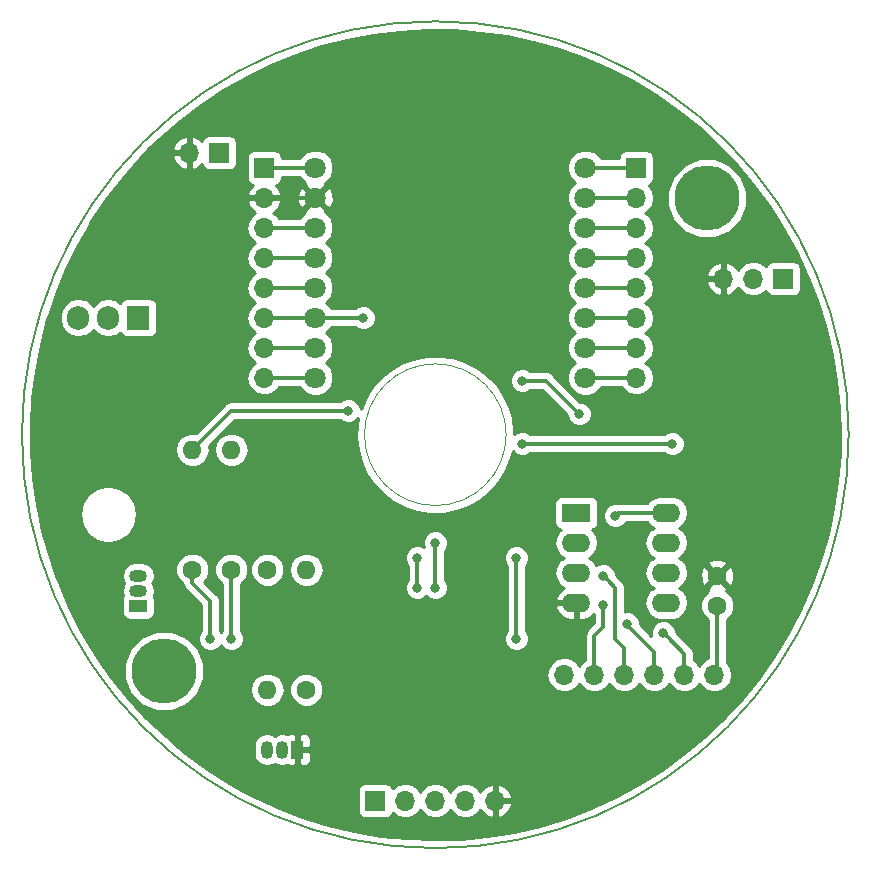
<source format=gbl>
%TF.GenerationSoftware,KiCad,Pcbnew,(5.0.1)-3*%
%TF.CreationDate,2018-12-01T13:50:14+01:00*%
%TF.ProjectId,CastVolumeKnob,43617374566F6C756D654B6E6F622E6B,rev?*%
%TF.SameCoordinates,PX853a720PY5faea10*%
%TF.FileFunction,Copper,L2,Bot,Signal*%
%TF.FilePolarity,Positive*%
%FSLAX46Y46*%
G04 Gerber Fmt 4.6, Leading zero omitted, Abs format (unit mm)*
G04 Created by KiCad (PCBNEW (5.0.1)-3) date 01/12/2018 13:50:14*
%MOMM*%
%LPD*%
G01*
G04 APERTURE LIST*
%ADD10C,0.100000*%
%ADD11C,0.200000*%
%ADD12R,1.500000X1.050000*%
%ADD13O,1.500000X1.050000*%
%ADD14O,1.600000X1.600000*%
%ADD15C,1.600000*%
%ADD16R,1.700000X1.700000*%
%ADD17O,1.700000X1.700000*%
%ADD18C,1.800000*%
%ADD19R,1.905000X2.000000*%
%ADD20O,1.905000X2.000000*%
%ADD21O,1.050000X1.500000*%
%ADD22R,1.050000X1.500000*%
%ADD23C,5.500000*%
%ADD24R,2.400000X1.600000*%
%ADD25O,2.400000X1.600000*%
%ADD26C,0.800000*%
%ADD27C,0.300000*%
%ADD28C,0.254000*%
G04 APERTURE END LIST*
D10*
X6000000Y0D02*
G75*
G03X6000000Y0I-6000000J0D01*
G01*
D11*
X35000000Y0D02*
G75*
G03X35000000Y0I-35000000J0D01*
G01*
D12*
X-25146000Y-14478000D03*
D13*
X-25146000Y-11938000D03*
X-25146000Y-13208000D03*
D14*
X-14224000Y-21590000D03*
D15*
X-14224000Y-11430000D03*
D16*
X-5080000Y-30988000D03*
D17*
X-2540000Y-30988000D03*
X0Y-30988000D03*
X2540000Y-30988000D03*
X5080000Y-30988000D03*
D16*
X29464000Y13208000D03*
D17*
X26924000Y13208000D03*
X24384000Y13208000D03*
X-14478000Y4826000D03*
X-14478000Y7366000D03*
X-14478000Y9906000D03*
X-14478000Y12446000D03*
X-14478000Y14986000D03*
X-14478000Y17526000D03*
X-14478000Y20066000D03*
D16*
X-14478000Y22606000D03*
D18*
X12700000Y22606000D03*
X-10160000Y22606000D03*
X12700000Y20066000D03*
X-10160000Y20066000D03*
X12700000Y17526000D03*
X-10160000Y17526000D03*
X12700000Y14986000D03*
X-10160000Y14986000D03*
X12700000Y12446000D03*
X-10160000Y12446000D03*
X12700000Y9906000D03*
X-10160000Y9906000D03*
X12700000Y7366000D03*
X-10160000Y7366000D03*
X12700000Y4826000D03*
X-10160000Y4826000D03*
D19*
X-25146000Y9906000D03*
D20*
X-27686000Y9906000D03*
X-30226000Y9906000D03*
D21*
X-12954000Y-26670000D03*
X-14224000Y-26670000D03*
D22*
X-11684000Y-26670000D03*
D23*
X-23000000Y-20000000D03*
D15*
X23876000Y-14478000D03*
X23876000Y-11978000D03*
D16*
X-18288000Y23876000D03*
D17*
X-20828000Y23876000D03*
D16*
X17018000Y22606000D03*
D17*
X17018000Y20066000D03*
X17018000Y17526000D03*
X17018000Y14986000D03*
X17018000Y12446000D03*
X17018000Y9906000D03*
X17018000Y7366000D03*
X17018000Y4826000D03*
X23622000Y-20320000D03*
X21082000Y-20320000D03*
X18542000Y-20320000D03*
X16002000Y-20320000D03*
X13462000Y-20320000D03*
X10922000Y-20320000D03*
D15*
X-10922000Y-21590000D03*
D14*
X-10922000Y-11430000D03*
D15*
X-20574000Y-11430000D03*
D14*
X-20574000Y-1270000D03*
X-17272000Y-1270000D03*
D15*
X-17272000Y-11430000D03*
D24*
X11938000Y-6604000D03*
D25*
X19558000Y-14224000D03*
X11938000Y-9144000D03*
X19558000Y-11684000D03*
X11938000Y-11684000D03*
X19558000Y-9144000D03*
X11938000Y-14224000D03*
X19558000Y-6604000D03*
D23*
X23000000Y20000000D03*
D26*
X-6096000Y9906000D03*
X12191999Y1766011D03*
X14224003Y-11938003D03*
X7366000Y4572000D03*
X14224020Y-14420295D03*
X-19050000Y-17272000D03*
X20066000Y-762000D03*
X7366000Y-762000D03*
X-7366000Y2032000D03*
X15239996Y-6858000D03*
X0Y-9143982D03*
X0Y-12954000D03*
X-1524000Y-10413994D03*
X-1524000Y-12954000D03*
X16256000Y-16002000D03*
X19304000Y-16764000D03*
X6857999Y-10413997D03*
X6858000Y-17272000D03*
X-17272000Y-17272000D03*
D27*
X23622000Y-14224000D02*
X23876000Y-14478000D01*
X23876000Y-20066000D02*
X23622000Y-20320000D01*
X23876000Y-14478000D02*
X23876000Y-20066000D01*
X-11432792Y20066000D02*
X-14478000Y20066000D01*
X-10160000Y20066000D02*
X-11432792Y20066000D01*
X-14478000Y22606000D02*
X-10160000Y22606000D01*
X-10160000Y4826000D02*
X-14478000Y4826000D01*
X-13275919Y7366000D02*
X-10160000Y7366000D01*
X-14478000Y7366000D02*
X-13275919Y7366000D01*
X-11432792Y9906000D02*
X-14478000Y9906000D01*
X-10160000Y9906000D02*
X-11432792Y9906000D01*
X12338000Y-9144000D02*
X11938000Y-9144000D01*
X16002000Y-20320000D02*
X15494000Y-19812000D01*
X11938000Y-9144000D02*
X11538000Y-9144000D01*
X-6096000Y9906000D02*
X-10160000Y9906000D01*
X9386010Y4572000D02*
X7931685Y4572000D01*
X7931685Y4572000D02*
X7366000Y4572000D01*
X12191999Y1766011D02*
X9386010Y4572000D01*
X14624002Y-12338002D02*
X14224003Y-11938003D01*
X15240000Y-12954000D02*
X14624002Y-12338002D01*
X15240000Y-17272000D02*
X15240000Y-12954000D01*
X16002000Y-20320000D02*
X16002000Y-18034000D01*
X16002000Y-18034000D02*
X15240000Y-17272000D01*
X-14478000Y12446000D02*
X-10160000Y12446000D01*
X12338000Y-11684000D02*
X11938000Y-11684000D01*
X13462000Y-17018000D02*
X14224000Y-16256000D01*
X13462000Y-20320000D02*
X13462000Y-17018000D01*
X14224000Y-16256000D02*
X14224000Y-14420315D01*
X14224000Y-14420315D02*
X14224020Y-14420295D01*
X-10160000Y14986000D02*
X-14478000Y14986000D01*
X-13275919Y17526000D02*
X-10160000Y17526000D01*
X-14478000Y17526000D02*
X-13275919Y17526000D01*
X-20574000Y-12561370D02*
X-19050000Y-14085370D01*
X-20574000Y-11430000D02*
X-20574000Y-12561370D01*
X-19050000Y-14085370D02*
X-19050000Y-17272000D01*
X20066000Y-762000D02*
X7366000Y-762000D01*
X-20574000Y-1270000D02*
X-17272000Y2032000D01*
X-7931685Y2032000D02*
X-7366000Y2032000D01*
X-17272000Y2032000D02*
X-7931685Y2032000D01*
X13972792Y22606000D02*
X17018000Y22606000D01*
X12700000Y22606000D02*
X13972792Y22606000D01*
X19558000Y-6604000D02*
X15493996Y-6604000D01*
X15493996Y-6604000D02*
X15239996Y-6858000D01*
X15815919Y20066000D02*
X12700000Y20066000D01*
X17018000Y20066000D02*
X15815919Y20066000D01*
X12700000Y17526000D02*
X17018000Y17526000D01*
X0Y-9709667D02*
X0Y-12954000D01*
X0Y-9143982D02*
X0Y-9709667D01*
X17018000Y14986000D02*
X12700000Y14986000D01*
X-1524000Y-10413994D02*
X-1524000Y-12954000D01*
X13972792Y12446000D02*
X17018000Y12446000D01*
X12700000Y12446000D02*
X13972792Y12446000D01*
X17018000Y9906000D02*
X12700000Y9906000D01*
X12700000Y7366000D02*
X17018000Y7366000D01*
X17018000Y4826000D02*
X12700000Y4826000D01*
X19158000Y-9144000D02*
X19558000Y-9144000D01*
X18542000Y-20320000D02*
X18542000Y-18382004D01*
X16256000Y-16096004D02*
X16256000Y-16002000D01*
X18542000Y-18382004D02*
X16256000Y-16096004D01*
X21082000Y-18542000D02*
X19703999Y-17163999D01*
X21082000Y-20320000D02*
X21082000Y-18542000D01*
X19703999Y-17163999D02*
X19304000Y-16764000D01*
X6858000Y-16706315D02*
X6858000Y-17272000D01*
X6857999Y-10413997D02*
X6858000Y-16706315D01*
X-17272000Y-17272000D02*
X-17272000Y-11430000D01*
D28*
G36*
X1554363Y34229727D02*
X3819483Y34051458D01*
X6067809Y33723463D01*
X8289454Y33247183D01*
X10474650Y32624714D01*
X12613788Y31858791D01*
X14697462Y30952784D01*
X16716511Y29910675D01*
X18662057Y28737047D01*
X20525544Y27437060D01*
X22298779Y26016431D01*
X23973964Y24481406D01*
X25543735Y22838735D01*
X27001188Y21095640D01*
X28339916Y19259787D01*
X29554031Y17339247D01*
X30638195Y15342465D01*
X31587641Y13278222D01*
X32398194Y11155593D01*
X33066290Y8983912D01*
X33588992Y6772729D01*
X33964000Y4531765D01*
X34189667Y2270875D01*
X34265000Y0D01*
X34224092Y-1673837D01*
X34037918Y-3938321D01*
X33702076Y-6185489D01*
X33218045Y-8405458D01*
X32587952Y-10588467D01*
X31814567Y-12724919D01*
X30901292Y-14805418D01*
X29852141Y-16820817D01*
X28671729Y-18762254D01*
X27365246Y-20621192D01*
X25938436Y-22389457D01*
X24397572Y-24059274D01*
X22749432Y-25623302D01*
X21001260Y-27074661D01*
X19160745Y-28406972D01*
X17235978Y-29614376D01*
X15235424Y-30691563D01*
X13167879Y-31633798D01*
X11042434Y-32436937D01*
X8868435Y-33097448D01*
X6655440Y-33612428D01*
X4413181Y-33979612D01*
X2151517Y-34197386D01*
X-119607Y-34264791D01*
X-2390206Y-34181532D01*
X-4650294Y-33947975D01*
X-6889935Y-33565146D01*
X-9099280Y-33034729D01*
X-11268616Y-32359056D01*
X-13388402Y-31541099D01*
X-15449319Y-30584453D01*
X-16264782Y-30138000D01*
X-6577440Y-30138000D01*
X-6577440Y-31838000D01*
X-6528157Y-32085765D01*
X-6387809Y-32295809D01*
X-6177765Y-32436157D01*
X-5930000Y-32485440D01*
X-4230000Y-32485440D01*
X-3982235Y-32436157D01*
X-3772191Y-32295809D01*
X-3631843Y-32085765D01*
X-3622816Y-32040381D01*
X-3610625Y-32058625D01*
X-3119418Y-32386839D01*
X-2686256Y-32473000D01*
X-2393744Y-32473000D01*
X-1960582Y-32386839D01*
X-1469375Y-32058625D01*
X-1270000Y-31760239D01*
X-1070625Y-32058625D01*
X-579418Y-32386839D01*
X-146256Y-32473000D01*
X146256Y-32473000D01*
X579418Y-32386839D01*
X1070625Y-32058625D01*
X1270000Y-31760239D01*
X1469375Y-32058625D01*
X1960582Y-32386839D01*
X2393744Y-32473000D01*
X2686256Y-32473000D01*
X3119418Y-32386839D01*
X3610625Y-32058625D01*
X3823843Y-31739522D01*
X3884817Y-31869358D01*
X4313076Y-32259645D01*
X4723110Y-32429476D01*
X4953000Y-32308155D01*
X4953000Y-31115000D01*
X5207000Y-31115000D01*
X5207000Y-32308155D01*
X5436890Y-32429476D01*
X5846924Y-32259645D01*
X6275183Y-31869358D01*
X6521486Y-31344892D01*
X6400819Y-31115000D01*
X5207000Y-31115000D01*
X4953000Y-31115000D01*
X4933000Y-31115000D01*
X4933000Y-30861000D01*
X4953000Y-30861000D01*
X4953000Y-29667845D01*
X5207000Y-29667845D01*
X5207000Y-30861000D01*
X6400819Y-30861000D01*
X6521486Y-30631108D01*
X6275183Y-30106642D01*
X5846924Y-29716355D01*
X5436890Y-29546524D01*
X5207000Y-29667845D01*
X4953000Y-29667845D01*
X4723110Y-29546524D01*
X4313076Y-29716355D01*
X3884817Y-30106642D01*
X3823843Y-30236478D01*
X3610625Y-29917375D01*
X3119418Y-29589161D01*
X2686256Y-29503000D01*
X2393744Y-29503000D01*
X1960582Y-29589161D01*
X1469375Y-29917375D01*
X1270000Y-30215761D01*
X1070625Y-29917375D01*
X579418Y-29589161D01*
X146256Y-29503000D01*
X-146256Y-29503000D01*
X-579418Y-29589161D01*
X-1070625Y-29917375D01*
X-1270000Y-30215761D01*
X-1469375Y-29917375D01*
X-1960582Y-29589161D01*
X-2393744Y-29503000D01*
X-2686256Y-29503000D01*
X-3119418Y-29589161D01*
X-3610625Y-29917375D01*
X-3622816Y-29935619D01*
X-3631843Y-29890235D01*
X-3772191Y-29680191D01*
X-3982235Y-29539843D01*
X-4230000Y-29490560D01*
X-5930000Y-29490560D01*
X-6177765Y-29539843D01*
X-6387809Y-29680191D01*
X-6528157Y-29890235D01*
X-6577440Y-30138000D01*
X-16264782Y-30138000D01*
X-17442304Y-29493326D01*
X-19358594Y-28272514D01*
X-21189764Y-26927386D01*
X-21898287Y-26330754D01*
X-15384000Y-26330754D01*
X-15384000Y-27009245D01*
X-15316695Y-27347608D01*
X-15060313Y-27731313D01*
X-14676609Y-27987695D01*
X-14224000Y-28077725D01*
X-13771392Y-27987695D01*
X-13589000Y-27865825D01*
X-13406609Y-27987695D01*
X-12954000Y-28077725D01*
X-12501392Y-27987695D01*
X-12500016Y-27986776D01*
X-12335309Y-28055000D01*
X-11969750Y-28055000D01*
X-11811000Y-27896250D01*
X-11811000Y-27094710D01*
X-11794000Y-27009246D01*
X-11794000Y-26797000D01*
X-11557000Y-26797000D01*
X-11557000Y-27896250D01*
X-11398250Y-28055000D01*
X-11032691Y-28055000D01*
X-10799302Y-27958327D01*
X-10620673Y-27779699D01*
X-10524000Y-27546310D01*
X-10524000Y-26955750D01*
X-10682750Y-26797000D01*
X-11557000Y-26797000D01*
X-11794000Y-26797000D01*
X-11794000Y-26330755D01*
X-11811000Y-26245291D01*
X-11811000Y-25443750D01*
X-11557000Y-25443750D01*
X-11557000Y-26543000D01*
X-10682750Y-26543000D01*
X-10524000Y-26384250D01*
X-10524000Y-25793690D01*
X-10620673Y-25560301D01*
X-10799302Y-25381673D01*
X-11032691Y-25285000D01*
X-11398250Y-25285000D01*
X-11557000Y-25443750D01*
X-11811000Y-25443750D01*
X-11969750Y-25285000D01*
X-12335309Y-25285000D01*
X-12500016Y-25353224D01*
X-12501391Y-25352305D01*
X-12954000Y-25262275D01*
X-13406608Y-25352305D01*
X-13588999Y-25474175D01*
X-13771391Y-25352305D01*
X-14224000Y-25262275D01*
X-14676608Y-25352305D01*
X-15060312Y-25608687D01*
X-15316695Y-25992391D01*
X-15384000Y-26330754D01*
X-21898287Y-26330754D01*
X-22927760Y-25463857D01*
X-24564942Y-23888362D01*
X-26094110Y-22207828D01*
X-27508541Y-20429645D01*
X-28272269Y-19326682D01*
X-26385000Y-19326682D01*
X-26385000Y-20673318D01*
X-25869664Y-21917448D01*
X-24917448Y-22869664D01*
X-23673318Y-23385000D01*
X-22326682Y-23385000D01*
X-21082552Y-22869664D01*
X-20130336Y-21917448D01*
X-19994703Y-21590000D01*
X-15687113Y-21590000D01*
X-15575740Y-22149909D01*
X-15258577Y-22624577D01*
X-14783909Y-22941740D01*
X-14365333Y-23025000D01*
X-14082667Y-23025000D01*
X-13664091Y-22941740D01*
X-13189423Y-22624577D01*
X-12872260Y-22149909D01*
X-12760887Y-21590000D01*
X-12817664Y-21304561D01*
X-12357000Y-21304561D01*
X-12357000Y-21875439D01*
X-12138534Y-22402862D01*
X-11734862Y-22806534D01*
X-11207439Y-23025000D01*
X-10636561Y-23025000D01*
X-10109138Y-22806534D01*
X-9705466Y-22402862D01*
X-9487000Y-21875439D01*
X-9487000Y-21304561D01*
X-9705466Y-20777138D01*
X-10109138Y-20373466D01*
X-10238216Y-20320000D01*
X9407908Y-20320000D01*
X9523161Y-20899418D01*
X9851375Y-21390625D01*
X10342582Y-21718839D01*
X10775744Y-21805000D01*
X11068256Y-21805000D01*
X11501418Y-21718839D01*
X11992625Y-21390625D01*
X12192000Y-21092239D01*
X12391375Y-21390625D01*
X12882582Y-21718839D01*
X13315744Y-21805000D01*
X13608256Y-21805000D01*
X14041418Y-21718839D01*
X14532625Y-21390625D01*
X14732000Y-21092239D01*
X14931375Y-21390625D01*
X15422582Y-21718839D01*
X15855744Y-21805000D01*
X16148256Y-21805000D01*
X16581418Y-21718839D01*
X17072625Y-21390625D01*
X17272000Y-21092239D01*
X17471375Y-21390625D01*
X17962582Y-21718839D01*
X18395744Y-21805000D01*
X18688256Y-21805000D01*
X19121418Y-21718839D01*
X19612625Y-21390625D01*
X19812000Y-21092239D01*
X20011375Y-21390625D01*
X20502582Y-21718839D01*
X20935744Y-21805000D01*
X21228256Y-21805000D01*
X21661418Y-21718839D01*
X22152625Y-21390625D01*
X22352000Y-21092239D01*
X22551375Y-21390625D01*
X23042582Y-21718839D01*
X23475744Y-21805000D01*
X23768256Y-21805000D01*
X24201418Y-21718839D01*
X24692625Y-21390625D01*
X25020839Y-20899418D01*
X25136092Y-20320000D01*
X25020839Y-19740582D01*
X24692625Y-19249375D01*
X24661000Y-19228244D01*
X24661000Y-15706075D01*
X24688862Y-15694534D01*
X25092534Y-15290862D01*
X25311000Y-14763439D01*
X25311000Y-14192561D01*
X25092534Y-13665138D01*
X24688862Y-13261466D01*
X24623701Y-13234475D01*
X24630005Y-13231864D01*
X24704139Y-12985745D01*
X23876000Y-12157605D01*
X23047861Y-12985745D01*
X23121995Y-13231864D01*
X23128746Y-13234290D01*
X23063138Y-13261466D01*
X22659466Y-13665138D01*
X22441000Y-14192561D01*
X22441000Y-14763439D01*
X22659466Y-15290862D01*
X23063138Y-15694534D01*
X23091000Y-15706075D01*
X23091001Y-18911530D01*
X23042582Y-18921161D01*
X22551375Y-19249375D01*
X22352000Y-19547761D01*
X22152625Y-19249375D01*
X21867000Y-19058526D01*
X21867000Y-18619312D01*
X21882378Y-18542000D01*
X21867000Y-18464688D01*
X21867000Y-18464684D01*
X21821454Y-18235708D01*
X21647953Y-17976047D01*
X21582408Y-17932251D01*
X20339000Y-16688843D01*
X20339000Y-16558126D01*
X20181431Y-16177720D01*
X19890280Y-15886569D01*
X19509874Y-15729000D01*
X19098126Y-15729000D01*
X18717720Y-15886569D01*
X18426569Y-16177720D01*
X18269000Y-16558126D01*
X18269000Y-16969874D01*
X18289486Y-17019333D01*
X17291000Y-16020847D01*
X17291000Y-15796126D01*
X17133431Y-15415720D01*
X16842280Y-15124569D01*
X16461874Y-14967000D01*
X16050126Y-14967000D01*
X16025000Y-14977408D01*
X16025000Y-13031312D01*
X16040378Y-12954000D01*
X16025000Y-12876688D01*
X16025000Y-12876684D01*
X15979454Y-12647708D01*
X15805953Y-12388047D01*
X15740408Y-12344251D01*
X15259003Y-11862846D01*
X15259003Y-11732129D01*
X15101434Y-11351723D01*
X14810283Y-11060572D01*
X14429877Y-10903003D01*
X14018129Y-10903003D01*
X13645222Y-11057466D01*
X13372577Y-10649423D01*
X13020242Y-10414000D01*
X13372577Y-10178577D01*
X13689740Y-9703909D01*
X13801113Y-9144000D01*
X13689740Y-8584091D01*
X13372577Y-8109423D01*
X13251894Y-8028785D01*
X13385765Y-8002157D01*
X13595809Y-7861809D01*
X13736157Y-7651765D01*
X13785440Y-7404000D01*
X13785440Y-6652126D01*
X14204996Y-6652126D01*
X14204996Y-7063874D01*
X14362565Y-7444280D01*
X14653716Y-7735431D01*
X15034122Y-7893000D01*
X15445870Y-7893000D01*
X15826276Y-7735431D01*
X16117427Y-7444280D01*
X16140325Y-7389000D01*
X17956661Y-7389000D01*
X18123423Y-7638577D01*
X18475758Y-7874000D01*
X18123423Y-8109423D01*
X17806260Y-8584091D01*
X17694887Y-9144000D01*
X17806260Y-9703909D01*
X18123423Y-10178577D01*
X18475758Y-10414000D01*
X18123423Y-10649423D01*
X17806260Y-11124091D01*
X17694887Y-11684000D01*
X17806260Y-12243909D01*
X18123423Y-12718577D01*
X18475758Y-12954000D01*
X18123423Y-13189423D01*
X17806260Y-13664091D01*
X17694887Y-14224000D01*
X17806260Y-14783909D01*
X18123423Y-15258577D01*
X18598091Y-15575740D01*
X19016667Y-15659000D01*
X20099333Y-15659000D01*
X20517909Y-15575740D01*
X20992577Y-15258577D01*
X21309740Y-14783909D01*
X21421113Y-14224000D01*
X21309740Y-13664091D01*
X20992577Y-13189423D01*
X20640242Y-12954000D01*
X20992577Y-12718577D01*
X21309740Y-12243909D01*
X21405752Y-11761223D01*
X22429035Y-11761223D01*
X22456222Y-12331454D01*
X22622136Y-12732005D01*
X22868255Y-12806139D01*
X23696395Y-11978000D01*
X24055605Y-11978000D01*
X24883745Y-12806139D01*
X25129864Y-12732005D01*
X25322965Y-12194777D01*
X25295778Y-11624546D01*
X25129864Y-11223995D01*
X24883745Y-11149861D01*
X24055605Y-11978000D01*
X23696395Y-11978000D01*
X22868255Y-11149861D01*
X22622136Y-11223995D01*
X22429035Y-11761223D01*
X21405752Y-11761223D01*
X21421113Y-11684000D01*
X21309740Y-11124091D01*
X21206951Y-10970255D01*
X23047861Y-10970255D01*
X23876000Y-11798395D01*
X24704139Y-10970255D01*
X24630005Y-10724136D01*
X24092777Y-10531035D01*
X23522546Y-10558222D01*
X23121995Y-10724136D01*
X23047861Y-10970255D01*
X21206951Y-10970255D01*
X20992577Y-10649423D01*
X20640242Y-10414000D01*
X20992577Y-10178577D01*
X21309740Y-9703909D01*
X21421113Y-9144000D01*
X21309740Y-8584091D01*
X20992577Y-8109423D01*
X20640242Y-7874000D01*
X20992577Y-7638577D01*
X21309740Y-7163909D01*
X21421113Y-6604000D01*
X21309740Y-6044091D01*
X20992577Y-5569423D01*
X20517909Y-5252260D01*
X20099333Y-5169000D01*
X19016667Y-5169000D01*
X18598091Y-5252260D01*
X18123423Y-5569423D01*
X17956661Y-5819000D01*
X15571306Y-5819000D01*
X15493995Y-5803622D01*
X15416685Y-5819000D01*
X15416680Y-5819000D01*
X15396571Y-5823000D01*
X15034122Y-5823000D01*
X14653716Y-5980569D01*
X14362565Y-6271720D01*
X14204996Y-6652126D01*
X13785440Y-6652126D01*
X13785440Y-5804000D01*
X13736157Y-5556235D01*
X13595809Y-5346191D01*
X13385765Y-5205843D01*
X13138000Y-5156560D01*
X10738000Y-5156560D01*
X10490235Y-5205843D01*
X10280191Y-5346191D01*
X10139843Y-5556235D01*
X10090560Y-5804000D01*
X10090560Y-7404000D01*
X10139843Y-7651765D01*
X10280191Y-7861809D01*
X10490235Y-8002157D01*
X10624106Y-8028785D01*
X10503423Y-8109423D01*
X10186260Y-8584091D01*
X10074887Y-9144000D01*
X10186260Y-9703909D01*
X10503423Y-10178577D01*
X10855758Y-10414000D01*
X10503423Y-10649423D01*
X10186260Y-11124091D01*
X10074887Y-11684000D01*
X10186260Y-12243909D01*
X10503423Y-12718577D01*
X10859499Y-12956499D01*
X10433500Y-13299104D01*
X10163633Y-13792181D01*
X10146096Y-13874961D01*
X10268085Y-14097000D01*
X11811000Y-14097000D01*
X11811000Y-14077000D01*
X12065000Y-14077000D01*
X12065000Y-14097000D01*
X12085000Y-14097000D01*
X12085000Y-14351000D01*
X12065000Y-14351000D01*
X12065000Y-15659000D01*
X12465000Y-15659000D01*
X13004483Y-15501166D01*
X13439001Y-15151710D01*
X13439000Y-15930843D01*
X12961590Y-16408253D01*
X12896048Y-16452047D01*
X12852254Y-16517589D01*
X12852251Y-16517592D01*
X12722546Y-16711709D01*
X12661622Y-17018000D01*
X12677001Y-17095317D01*
X12677000Y-19058526D01*
X12391375Y-19249375D01*
X12192000Y-19547761D01*
X11992625Y-19249375D01*
X11501418Y-18921161D01*
X11068256Y-18835000D01*
X10775744Y-18835000D01*
X10342582Y-18921161D01*
X9851375Y-19249375D01*
X9523161Y-19740582D01*
X9407908Y-20320000D01*
X-10238216Y-20320000D01*
X-10636561Y-20155000D01*
X-11207439Y-20155000D01*
X-11734862Y-20373466D01*
X-12138534Y-20777138D01*
X-12357000Y-21304561D01*
X-12817664Y-21304561D01*
X-12872260Y-21030091D01*
X-13189423Y-20555423D01*
X-13664091Y-20238260D01*
X-14082667Y-20155000D01*
X-14365333Y-20155000D01*
X-14783909Y-20238260D01*
X-15258577Y-20555423D01*
X-15575740Y-21030091D01*
X-15687113Y-21590000D01*
X-19994703Y-21590000D01*
X-19615000Y-20673318D01*
X-19615000Y-19326682D01*
X-20130336Y-18082552D01*
X-21082552Y-17130336D01*
X-22326682Y-16615000D01*
X-23673318Y-16615000D01*
X-24917448Y-17130336D01*
X-25869664Y-18082552D01*
X-26385000Y-19326682D01*
X-28272269Y-19326682D01*
X-28802015Y-18561632D01*
X-29968844Y-16612002D01*
X-31003899Y-14589327D01*
X-31902628Y-12502503D01*
X-32102528Y-11938000D01*
X-26553725Y-11938000D01*
X-26463695Y-12390609D01*
X-26341826Y-12573000D01*
X-26463695Y-12755391D01*
X-26553725Y-13208000D01*
X-26463843Y-13659867D01*
X-26494157Y-13705235D01*
X-26543440Y-13953000D01*
X-26543440Y-15003000D01*
X-26494157Y-15250765D01*
X-26353809Y-15460809D01*
X-26143765Y-15601157D01*
X-25896000Y-15650440D01*
X-24396000Y-15650440D01*
X-24148235Y-15601157D01*
X-23938191Y-15460809D01*
X-23797843Y-15250765D01*
X-23748560Y-15003000D01*
X-23748560Y-13953000D01*
X-23797843Y-13705235D01*
X-23828157Y-13659867D01*
X-23738275Y-13208000D01*
X-23828305Y-12755391D01*
X-23950174Y-12573000D01*
X-23828305Y-12390609D01*
X-23738275Y-11938000D01*
X-23828305Y-11485391D01*
X-24056039Y-11144561D01*
X-22009000Y-11144561D01*
X-22009000Y-11715439D01*
X-21790534Y-12242862D01*
X-21386862Y-12646534D01*
X-21354796Y-12659816D01*
X-21313454Y-12867661D01*
X-21183749Y-13061778D01*
X-21183746Y-13061781D01*
X-21139952Y-13127323D01*
X-21074410Y-13171117D01*
X-19835000Y-14410528D01*
X-19834999Y-16593288D01*
X-19927431Y-16685720D01*
X-20085000Y-17066126D01*
X-20085000Y-17477874D01*
X-19927431Y-17858280D01*
X-19636280Y-18149431D01*
X-19255874Y-18307000D01*
X-18844126Y-18307000D01*
X-18463720Y-18149431D01*
X-18172569Y-17858280D01*
X-18161000Y-17830350D01*
X-18149431Y-17858280D01*
X-17858280Y-18149431D01*
X-17477874Y-18307000D01*
X-17066126Y-18307000D01*
X-16685720Y-18149431D01*
X-16394569Y-17858280D01*
X-16237000Y-17477874D01*
X-16237000Y-17066126D01*
X-16394569Y-16685720D01*
X-16487000Y-16593289D01*
X-16487000Y-12658075D01*
X-16459138Y-12646534D01*
X-16055466Y-12242862D01*
X-15837000Y-11715439D01*
X-15837000Y-11144561D01*
X-15659000Y-11144561D01*
X-15659000Y-11715439D01*
X-15440534Y-12242862D01*
X-15036862Y-12646534D01*
X-14509439Y-12865000D01*
X-13938561Y-12865000D01*
X-13411138Y-12646534D01*
X-13007466Y-12242862D01*
X-12789000Y-11715439D01*
X-12789000Y-11430000D01*
X-12385113Y-11430000D01*
X-12273740Y-11989909D01*
X-11956577Y-12464577D01*
X-11481909Y-12781740D01*
X-11063333Y-12865000D01*
X-10780667Y-12865000D01*
X-10362091Y-12781740D01*
X-9887423Y-12464577D01*
X-9570260Y-11989909D01*
X-9458887Y-11430000D01*
X-9570260Y-10870091D01*
X-9887423Y-10395423D01*
X-10167741Y-10208120D01*
X-2559000Y-10208120D01*
X-2559000Y-10619868D01*
X-2401431Y-11000274D01*
X-2309000Y-11092705D01*
X-2308999Y-12275288D01*
X-2401431Y-12367720D01*
X-2559000Y-12748126D01*
X-2559000Y-13159874D01*
X-2401431Y-13540280D01*
X-2110280Y-13831431D01*
X-1729874Y-13989000D01*
X-1318126Y-13989000D01*
X-937720Y-13831431D01*
X-762000Y-13655711D01*
X-586280Y-13831431D01*
X-205874Y-13989000D01*
X205874Y-13989000D01*
X586280Y-13831431D01*
X877431Y-13540280D01*
X1035000Y-13159874D01*
X1035000Y-12748126D01*
X877431Y-12367720D01*
X785000Y-12275289D01*
X785000Y-10208123D01*
X5822999Y-10208123D01*
X5822999Y-10619871D01*
X5980568Y-11000277D01*
X6072999Y-11092708D01*
X6073001Y-16593288D01*
X5980569Y-16685720D01*
X5823000Y-17066126D01*
X5823000Y-17477874D01*
X5980569Y-17858280D01*
X6271720Y-18149431D01*
X6652126Y-18307000D01*
X7063874Y-18307000D01*
X7444280Y-18149431D01*
X7735431Y-17858280D01*
X7893000Y-17477874D01*
X7893000Y-17066126D01*
X7735431Y-16685720D01*
X7643000Y-16593289D01*
X7643000Y-14573039D01*
X10146096Y-14573039D01*
X10163633Y-14655819D01*
X10433500Y-15148896D01*
X10871517Y-15501166D01*
X11411000Y-15659000D01*
X11811000Y-15659000D01*
X11811000Y-14351000D01*
X10268085Y-14351000D01*
X10146096Y-14573039D01*
X7643000Y-14573039D01*
X7642998Y-11092709D01*
X7735430Y-11000277D01*
X7892999Y-10619871D01*
X7892999Y-10208123D01*
X7735430Y-9827717D01*
X7444279Y-9536566D01*
X7063873Y-9378997D01*
X6652125Y-9378997D01*
X6271719Y-9536566D01*
X5980568Y-9827717D01*
X5822999Y-10208123D01*
X785000Y-10208123D01*
X785000Y-9822693D01*
X877431Y-9730262D01*
X1035000Y-9349856D01*
X1035000Y-8938108D01*
X877431Y-8557702D01*
X586280Y-8266551D01*
X205874Y-8108982D01*
X-205874Y-8108982D01*
X-586280Y-8266551D01*
X-877431Y-8557702D01*
X-1035000Y-8938108D01*
X-1035000Y-9349856D01*
X-961794Y-9526591D01*
X-1318126Y-9378994D01*
X-1729874Y-9378994D01*
X-2110280Y-9536563D01*
X-2401431Y-9827714D01*
X-2559000Y-10208120D01*
X-10167741Y-10208120D01*
X-10362091Y-10078260D01*
X-10780667Y-9995000D01*
X-11063333Y-9995000D01*
X-11481909Y-10078260D01*
X-11956577Y-10395423D01*
X-12273740Y-10870091D01*
X-12385113Y-11430000D01*
X-12789000Y-11430000D01*
X-12789000Y-11144561D01*
X-13007466Y-10617138D01*
X-13411138Y-10213466D01*
X-13938561Y-9995000D01*
X-14509439Y-9995000D01*
X-15036862Y-10213466D01*
X-15440534Y-10617138D01*
X-15659000Y-11144561D01*
X-15837000Y-11144561D01*
X-16055466Y-10617138D01*
X-16459138Y-10213466D01*
X-16986561Y-9995000D01*
X-17557439Y-9995000D01*
X-18084862Y-10213466D01*
X-18488534Y-10617138D01*
X-18707000Y-11144561D01*
X-18707000Y-11715439D01*
X-18488534Y-12242862D01*
X-18084862Y-12646534D01*
X-18056999Y-12658075D01*
X-18057000Y-16593289D01*
X-18149431Y-16685720D01*
X-18161000Y-16713650D01*
X-18172569Y-16685720D01*
X-18265000Y-16593289D01*
X-18265000Y-14162680D01*
X-18249622Y-14085369D01*
X-18265000Y-14008058D01*
X-18265000Y-14008054D01*
X-18310546Y-13779078D01*
X-18376173Y-13680861D01*
X-18440251Y-13584961D01*
X-18440253Y-13584959D01*
X-18484047Y-13519417D01*
X-18549589Y-13475623D01*
X-19569908Y-12455304D01*
X-19357466Y-12242862D01*
X-19139000Y-11715439D01*
X-19139000Y-11144561D01*
X-19357466Y-10617138D01*
X-19761138Y-10213466D01*
X-20288561Y-9995000D01*
X-20859439Y-9995000D01*
X-21386862Y-10213466D01*
X-21790534Y-10617138D01*
X-22009000Y-11144561D01*
X-24056039Y-11144561D01*
X-24084687Y-11101687D01*
X-24468391Y-10845305D01*
X-24806754Y-10778000D01*
X-25485246Y-10778000D01*
X-25823609Y-10845305D01*
X-26207313Y-11101687D01*
X-26463695Y-11485391D01*
X-26553725Y-11938000D01*
X-32102528Y-11938000D01*
X-32661078Y-10360704D01*
X-33275916Y-8173349D01*
X-33575020Y-6754000D01*
X-30117724Y-6754000D01*
X-29932620Y-7684580D01*
X-29405489Y-8473489D01*
X-28616580Y-9000620D01*
X-27920897Y-9139000D01*
X-27451103Y-9139000D01*
X-26755420Y-9000620D01*
X-25966511Y-8473489D01*
X-25439380Y-7684580D01*
X-25254276Y-6754000D01*
X-25439380Y-5823420D01*
X-25966511Y-5034511D01*
X-26755420Y-4507380D01*
X-27451103Y-4369000D01*
X-27920897Y-4369000D01*
X-28616580Y-4507380D01*
X-29405489Y-5034511D01*
X-29932620Y-5823420D01*
X-30117724Y-6754000D01*
X-33575020Y-6754000D01*
X-33744438Y-5950055D01*
X-34064583Y-3700598D01*
X-34234944Y-1434869D01*
X-34236382Y-1270000D01*
X-22037113Y-1270000D01*
X-21925740Y-1829909D01*
X-21608577Y-2304577D01*
X-21133909Y-2621740D01*
X-20715333Y-2705000D01*
X-20432667Y-2705000D01*
X-20014091Y-2621740D01*
X-19539423Y-2304577D01*
X-19222260Y-1829909D01*
X-19110887Y-1270000D01*
X-18735113Y-1270000D01*
X-18623740Y-1829909D01*
X-18306577Y-2304577D01*
X-17831909Y-2621740D01*
X-17413333Y-2705000D01*
X-17130667Y-2705000D01*
X-16712091Y-2621740D01*
X-16237423Y-2304577D01*
X-15920260Y-1829909D01*
X-15808887Y-1270000D01*
X-15920260Y-710091D01*
X-16237423Y-235423D01*
X-16712091Y81740D01*
X-17130667Y165000D01*
X-17413333Y165000D01*
X-17831909Y81740D01*
X-18306577Y-235423D01*
X-18623740Y-710091D01*
X-18735113Y-1270000D01*
X-19110887Y-1270000D01*
X-19169446Y-975603D01*
X-16946842Y1247000D01*
X-8044711Y1247000D01*
X-7952280Y1154569D01*
X-7571874Y997000D01*
X-7160126Y997000D01*
X-6779720Y1154569D01*
X-6534612Y1399677D01*
X-6639747Y933156D01*
X-6702998Y-163818D01*
X-6586236Y-1256392D01*
X-6292596Y-2315224D01*
X-5829964Y-3311880D01*
X-5210764Y-4219593D01*
X-4451625Y-5013986D01*
X-3572935Y-5673725D01*
X-2598292Y-6181092D01*
X-1553870Y-6522462D01*
X-467717Y-6688667D01*
X630996Y-6675243D01*
X1712764Y-6482551D01*
X2748534Y-6115765D01*
X3710490Y-5584737D01*
X4572799Y-4903727D01*
X5312302Y-4091023D01*
X5909140Y-3168453D01*
X6347283Y-2160791D01*
X6538764Y-1398475D01*
X6779720Y-1639431D01*
X7160126Y-1797000D01*
X7571874Y-1797000D01*
X7952280Y-1639431D01*
X8044711Y-1547000D01*
X19387289Y-1547000D01*
X19479720Y-1639431D01*
X19860126Y-1797000D01*
X20271874Y-1797000D01*
X20652280Y-1639431D01*
X20943431Y-1348280D01*
X21101000Y-967874D01*
X21101000Y-556126D01*
X20943431Y-175720D01*
X20652280Y115431D01*
X20271874Y273000D01*
X19860126Y273000D01*
X19479720Y115431D01*
X19387289Y23000D01*
X8044711Y23000D01*
X7952280Y115431D01*
X7571874Y273000D01*
X7160126Y273000D01*
X6779720Y115431D01*
X6704029Y39740D01*
X6696995Y327538D01*
X6553574Y1416933D01*
X6234151Y2468275D01*
X5747307Y3453330D01*
X5106114Y4345644D01*
X4672373Y4777874D01*
X6331000Y4777874D01*
X6331000Y4366126D01*
X6488569Y3985720D01*
X6779720Y3694569D01*
X7160126Y3537000D01*
X7571874Y3537000D01*
X7952280Y3694569D01*
X8044711Y3787000D01*
X9060853Y3787000D01*
X11156999Y1690854D01*
X11156999Y1560137D01*
X11314568Y1179731D01*
X11605719Y888580D01*
X11986125Y731011D01*
X12397873Y731011D01*
X12778279Y888580D01*
X13069430Y1179731D01*
X13226999Y1560137D01*
X13226999Y1971885D01*
X13069430Y2352291D01*
X12778279Y2643442D01*
X12397873Y2801011D01*
X12267156Y2801011D01*
X9995759Y5072408D01*
X9951963Y5137953D01*
X9692302Y5311454D01*
X9463326Y5357000D01*
X9463322Y5357000D01*
X9386010Y5372378D01*
X9308698Y5357000D01*
X8044711Y5357000D01*
X7952280Y5449431D01*
X7571874Y5607000D01*
X7160126Y5607000D01*
X6779720Y5449431D01*
X6488569Y5158280D01*
X6331000Y4777874D01*
X4672373Y4777874D01*
X4327794Y5121252D01*
X3433247Y5759326D01*
X2446499Y6242729D01*
X1394048Y6558480D01*
X304159Y6698098D01*
X-793899Y6657834D01*
X-1870635Y6438769D01*
X-2897135Y6046787D01*
X-3845830Y5492414D01*
X-4691243Y4790539D01*
X-5410669Y3960011D01*
X-5984788Y3023134D01*
X-6331000Y2170516D01*
X-6331000Y2237874D01*
X-6488569Y2618280D01*
X-6779720Y2909431D01*
X-7160126Y3067000D01*
X-7571874Y3067000D01*
X-7952280Y2909431D01*
X-8044711Y2817000D01*
X-17194690Y2817000D01*
X-17272001Y2832378D01*
X-17349312Y2817000D01*
X-17349316Y2817000D01*
X-17578292Y2771454D01*
X-17697375Y2691885D01*
X-17772409Y2641749D01*
X-17772411Y2641747D01*
X-17837953Y2597953D01*
X-17881747Y2532411D01*
X-20279604Y134554D01*
X-20432667Y165000D01*
X-20715333Y165000D01*
X-21133909Y81740D01*
X-21608577Y-235423D01*
X-21925740Y-710091D01*
X-22037113Y-1270000D01*
X-34236382Y-1270000D01*
X-34254772Y837169D01*
X-34123979Y3105525D01*
X-33843141Y5360227D01*
X-33413493Y7591359D01*
X-32836923Y9789112D01*
X-32729606Y10109850D01*
X-31813500Y10109850D01*
X-31813500Y9702151D01*
X-31721391Y9239090D01*
X-31370523Y8713977D01*
X-30845411Y8363109D01*
X-30226000Y8239900D01*
X-29606590Y8363109D01*
X-29081477Y8713977D01*
X-28956000Y8901767D01*
X-28830523Y8713977D01*
X-28305411Y8363109D01*
X-27686000Y8239900D01*
X-27066590Y8363109D01*
X-26674509Y8625088D01*
X-26556309Y8448191D01*
X-26346265Y8307843D01*
X-26098500Y8258560D01*
X-24193500Y8258560D01*
X-23945735Y8307843D01*
X-23735691Y8448191D01*
X-23595343Y8658235D01*
X-23546060Y8906000D01*
X-23546060Y10906000D01*
X-23595343Y11153765D01*
X-23735691Y11363809D01*
X-23945735Y11504157D01*
X-24193500Y11553440D01*
X-26098500Y11553440D01*
X-26346265Y11504157D01*
X-26556309Y11363809D01*
X-26674509Y11186912D01*
X-27066589Y11448891D01*
X-27686000Y11572100D01*
X-28305410Y11448891D01*
X-28830523Y11098023D01*
X-28956000Y10910233D01*
X-29081477Y11098023D01*
X-29606589Y11448891D01*
X-30226000Y11572100D01*
X-30845410Y11448891D01*
X-31370523Y11098023D01*
X-31721391Y10572911D01*
X-31813500Y10109850D01*
X-32729606Y10109850D01*
X-32115967Y11943821D01*
X-31253796Y14046013D01*
X-30254199Y16086443D01*
X-29426418Y17526000D01*
X-15992092Y17526000D01*
X-15876839Y16946582D01*
X-15548625Y16455375D01*
X-15250239Y16256000D01*
X-15548625Y16056625D01*
X-15876839Y15565418D01*
X-15992092Y14986000D01*
X-15876839Y14406582D01*
X-15548625Y13915375D01*
X-15250239Y13716000D01*
X-15548625Y13516625D01*
X-15876839Y13025418D01*
X-15992092Y12446000D01*
X-15876839Y11866582D01*
X-15548625Y11375375D01*
X-15250239Y11176000D01*
X-15548625Y10976625D01*
X-15876839Y10485418D01*
X-15992092Y9906000D01*
X-15876839Y9326582D01*
X-15548625Y8835375D01*
X-15250239Y8636000D01*
X-15548625Y8436625D01*
X-15876839Y7945418D01*
X-15992092Y7366000D01*
X-15876839Y6786582D01*
X-15548625Y6295375D01*
X-15250239Y6096000D01*
X-15548625Y5896625D01*
X-15876839Y5405418D01*
X-15992092Y4826000D01*
X-15876839Y4246582D01*
X-15548625Y3755375D01*
X-15057418Y3427161D01*
X-14624256Y3341000D01*
X-14331744Y3341000D01*
X-13898582Y3427161D01*
X-13407375Y3755375D01*
X-13216526Y4041000D01*
X-11496314Y4041000D01*
X-11461310Y3956493D01*
X-11029507Y3524690D01*
X-10465330Y3291000D01*
X-9854670Y3291000D01*
X-9290493Y3524690D01*
X-8858690Y3956493D01*
X-8625000Y4520670D01*
X-8625000Y5131330D01*
X-8858690Y5695507D01*
X-9259183Y6096000D01*
X-8858690Y6496493D01*
X-8625000Y7060670D01*
X-8625000Y7671330D01*
X-8858690Y8235507D01*
X-9259183Y8636000D01*
X-8858690Y9036493D01*
X-8823686Y9121000D01*
X-6774711Y9121000D01*
X-6682280Y9028569D01*
X-6301874Y8871000D01*
X-5890126Y8871000D01*
X-5509720Y9028569D01*
X-5218569Y9319720D01*
X-5061000Y9700126D01*
X-5061000Y10111874D01*
X-5218569Y10492280D01*
X-5509720Y10783431D01*
X-5890126Y10941000D01*
X-6301874Y10941000D01*
X-6682280Y10783431D01*
X-6774711Y10691000D01*
X-8823686Y10691000D01*
X-8858690Y10775507D01*
X-9259183Y11176000D01*
X-8858690Y11576493D01*
X-8625000Y12140670D01*
X-8625000Y12751330D01*
X-8858690Y13315507D01*
X-9259183Y13716000D01*
X-8858690Y14116493D01*
X-8625000Y14680670D01*
X-8625000Y15291330D01*
X-8858690Y15855507D01*
X-9259183Y16256000D01*
X-8858690Y16656493D01*
X-8625000Y17220670D01*
X-8625000Y17831330D01*
X-8858690Y18395507D01*
X-9290493Y18827310D01*
X-9310115Y18835438D01*
X-9259446Y18985841D01*
X-10160000Y19886395D01*
X-11060554Y18985841D01*
X-11009885Y18835438D01*
X-11029507Y18827310D01*
X-11461310Y18395507D01*
X-11496314Y18311000D01*
X-13216526Y18311000D01*
X-13407375Y18596625D01*
X-13726478Y18809843D01*
X-13596642Y18870817D01*
X-13206355Y19299076D01*
X-13036524Y19709110D01*
X-13157845Y19939000D01*
X-14351000Y19939000D01*
X-14351000Y19919000D01*
X-14605000Y19919000D01*
X-14605000Y19939000D01*
X-15798155Y19939000D01*
X-15919476Y19709110D01*
X-15749645Y19299076D01*
X-15359358Y18870817D01*
X-15229522Y18809843D01*
X-15548625Y18596625D01*
X-15876839Y18105418D01*
X-15992092Y17526000D01*
X-29426418Y17526000D01*
X-29121573Y18056140D01*
X-27860898Y19946444D01*
X-26477716Y21749041D01*
X-24978110Y23456007D01*
X-24914789Y23519108D01*
X-22269486Y23519108D01*
X-22023183Y22994642D01*
X-21594924Y22604355D01*
X-21184890Y22434524D01*
X-20955000Y22555845D01*
X-20955000Y23749000D01*
X-22148819Y23749000D01*
X-22269486Y23519108D01*
X-24914789Y23519108D01*
X-24198509Y24232892D01*
X-22269486Y24232892D01*
X-22148819Y24003000D01*
X-20955000Y24003000D01*
X-20955000Y25196155D01*
X-20701000Y25196155D01*
X-20701000Y24003000D01*
X-20681000Y24003000D01*
X-20681000Y23749000D01*
X-20701000Y23749000D01*
X-20701000Y22555845D01*
X-20471110Y22434524D01*
X-20061076Y22604355D01*
X-19756739Y22881708D01*
X-19736157Y22778235D01*
X-19595809Y22568191D01*
X-19385765Y22427843D01*
X-19138000Y22378560D01*
X-17438000Y22378560D01*
X-17190235Y22427843D01*
X-16980191Y22568191D01*
X-16839843Y22778235D01*
X-16790560Y23026000D01*
X-16790560Y23456000D01*
X-15975440Y23456000D01*
X-15975440Y21756000D01*
X-15926157Y21508235D01*
X-15785809Y21298191D01*
X-15575765Y21157843D01*
X-15472292Y21137261D01*
X-15749645Y20832924D01*
X-15919476Y20422890D01*
X-15798155Y20193000D01*
X-14605000Y20193000D01*
X-14605000Y20213000D01*
X-14351000Y20213000D01*
X-14351000Y20193000D01*
X-13157845Y20193000D01*
X-13097861Y20306664D01*
X-11706458Y20306664D01*
X-11680839Y19696540D01*
X-11496643Y19251852D01*
X-11240159Y19165446D01*
X-10339605Y20066000D01*
X-9980395Y20066000D01*
X-9079841Y19165446D01*
X-8823357Y19251852D01*
X-8613542Y19825336D01*
X-8639161Y20435460D01*
X-8823357Y20880148D01*
X-9079841Y20966554D01*
X-9980395Y20066000D01*
X-10339605Y20066000D01*
X-11240159Y20966554D01*
X-11496643Y20880148D01*
X-11706458Y20306664D01*
X-13097861Y20306664D01*
X-13036524Y20422890D01*
X-13206355Y20832924D01*
X-13483708Y21137261D01*
X-13380235Y21157843D01*
X-13170191Y21298191D01*
X-13029843Y21508235D01*
X-12980560Y21756000D01*
X-12980560Y21821000D01*
X-11496314Y21821000D01*
X-11461310Y21736493D01*
X-11029507Y21304690D01*
X-11009885Y21296562D01*
X-11060554Y21146159D01*
X-10160000Y20245605D01*
X-9259446Y21146159D01*
X-9310115Y21296562D01*
X-9290493Y21304690D01*
X-8858690Y21736493D01*
X-8625000Y22300670D01*
X-8625000Y22911330D01*
X11165000Y22911330D01*
X11165000Y22300670D01*
X11398690Y21736493D01*
X11799183Y21336000D01*
X11398690Y20935507D01*
X11165000Y20371330D01*
X11165000Y19760670D01*
X11398690Y19196493D01*
X11799183Y18796000D01*
X11398690Y18395507D01*
X11165000Y17831330D01*
X11165000Y17220670D01*
X11398690Y16656493D01*
X11799183Y16256000D01*
X11398690Y15855507D01*
X11165000Y15291330D01*
X11165000Y14680670D01*
X11398690Y14116493D01*
X11799183Y13716000D01*
X11398690Y13315507D01*
X11165000Y12751330D01*
X11165000Y12140670D01*
X11398690Y11576493D01*
X11799183Y11176000D01*
X11398690Y10775507D01*
X11165000Y10211330D01*
X11165000Y9600670D01*
X11398690Y9036493D01*
X11799183Y8636000D01*
X11398690Y8235507D01*
X11165000Y7671330D01*
X11165000Y7060670D01*
X11398690Y6496493D01*
X11799183Y6096000D01*
X11398690Y5695507D01*
X11165000Y5131330D01*
X11165000Y4520670D01*
X11398690Y3956493D01*
X11830493Y3524690D01*
X12394670Y3291000D01*
X13005330Y3291000D01*
X13569507Y3524690D01*
X14001310Y3956493D01*
X14036314Y4041000D01*
X15756526Y4041000D01*
X15947375Y3755375D01*
X16438582Y3427161D01*
X16871744Y3341000D01*
X17164256Y3341000D01*
X17597418Y3427161D01*
X18088625Y3755375D01*
X18416839Y4246582D01*
X18532092Y4826000D01*
X18416839Y5405418D01*
X18088625Y5896625D01*
X17790239Y6096000D01*
X18088625Y6295375D01*
X18416839Y6786582D01*
X18532092Y7366000D01*
X18416839Y7945418D01*
X18088625Y8436625D01*
X17790239Y8636000D01*
X18088625Y8835375D01*
X18416839Y9326582D01*
X18532092Y9906000D01*
X18416839Y10485418D01*
X18088625Y10976625D01*
X17790239Y11176000D01*
X18088625Y11375375D01*
X18416839Y11866582D01*
X18532092Y12446000D01*
X18451512Y12851108D01*
X22942514Y12851108D01*
X23188817Y12326642D01*
X23617076Y11936355D01*
X24027110Y11766524D01*
X24257000Y11887845D01*
X24257000Y13081000D01*
X23063181Y13081000D01*
X22942514Y12851108D01*
X18451512Y12851108D01*
X18416839Y13025418D01*
X18088625Y13516625D01*
X18016389Y13564892D01*
X22942514Y13564892D01*
X23063181Y13335000D01*
X24257000Y13335000D01*
X24257000Y14528155D01*
X24511000Y14528155D01*
X24511000Y13335000D01*
X24531000Y13335000D01*
X24531000Y13081000D01*
X24511000Y13081000D01*
X24511000Y11887845D01*
X24740890Y11766524D01*
X25150924Y11936355D01*
X25579183Y12326642D01*
X25640157Y12456478D01*
X25853375Y12137375D01*
X26344582Y11809161D01*
X26777744Y11723000D01*
X27070256Y11723000D01*
X27503418Y11809161D01*
X27994625Y12137375D01*
X28006816Y12155619D01*
X28015843Y12110235D01*
X28156191Y11900191D01*
X28366235Y11759843D01*
X28614000Y11710560D01*
X30314000Y11710560D01*
X30561765Y11759843D01*
X30771809Y11900191D01*
X30912157Y12110235D01*
X30961440Y12358000D01*
X30961440Y14058000D01*
X30912157Y14305765D01*
X30771809Y14515809D01*
X30561765Y14656157D01*
X30314000Y14705440D01*
X28614000Y14705440D01*
X28366235Y14656157D01*
X28156191Y14515809D01*
X28015843Y14305765D01*
X28006816Y14260381D01*
X27994625Y14278625D01*
X27503418Y14606839D01*
X27070256Y14693000D01*
X26777744Y14693000D01*
X26344582Y14606839D01*
X25853375Y14278625D01*
X25640157Y13959522D01*
X25579183Y14089358D01*
X25150924Y14479645D01*
X24740890Y14649476D01*
X24511000Y14528155D01*
X24257000Y14528155D01*
X24027110Y14649476D01*
X23617076Y14479645D01*
X23188817Y14089358D01*
X22942514Y13564892D01*
X18016389Y13564892D01*
X17790239Y13716000D01*
X18088625Y13915375D01*
X18416839Y14406582D01*
X18532092Y14986000D01*
X18416839Y15565418D01*
X18088625Y16056625D01*
X17790239Y16256000D01*
X18088625Y16455375D01*
X18416839Y16946582D01*
X18532092Y17526000D01*
X18416839Y18105418D01*
X18088625Y18596625D01*
X17790239Y18796000D01*
X18088625Y18995375D01*
X18416839Y19486582D01*
X18532092Y20066000D01*
X18416839Y20645418D01*
X18398197Y20673318D01*
X19615000Y20673318D01*
X19615000Y19326682D01*
X20130336Y18082552D01*
X21082552Y17130336D01*
X22326682Y16615000D01*
X23673318Y16615000D01*
X24917448Y17130336D01*
X25869664Y18082552D01*
X26385000Y19326682D01*
X26385000Y20673318D01*
X25869664Y21917448D01*
X24917448Y22869664D01*
X23673318Y23385000D01*
X22326682Y23385000D01*
X21082552Y22869664D01*
X20130336Y21917448D01*
X19615000Y20673318D01*
X18398197Y20673318D01*
X18088625Y21136625D01*
X18070381Y21148816D01*
X18115765Y21157843D01*
X18325809Y21298191D01*
X18466157Y21508235D01*
X18515440Y21756000D01*
X18515440Y23456000D01*
X18466157Y23703765D01*
X18325809Y23913809D01*
X18115765Y24054157D01*
X17868000Y24103440D01*
X16168000Y24103440D01*
X15920235Y24054157D01*
X15710191Y23913809D01*
X15569843Y23703765D01*
X15520560Y23456000D01*
X15520560Y23391000D01*
X14036314Y23391000D01*
X14001310Y23475507D01*
X13569507Y23907310D01*
X13005330Y24141000D01*
X12394670Y24141000D01*
X11830493Y23907310D01*
X11398690Y23475507D01*
X11165000Y22911330D01*
X-8625000Y22911330D01*
X-8858690Y23475507D01*
X-9290493Y23907310D01*
X-9854670Y24141000D01*
X-10465330Y24141000D01*
X-11029507Y23907310D01*
X-11461310Y23475507D01*
X-11496314Y23391000D01*
X-12980560Y23391000D01*
X-12980560Y23456000D01*
X-13029843Y23703765D01*
X-13170191Y23913809D01*
X-13380235Y24054157D01*
X-13628000Y24103440D01*
X-15328000Y24103440D01*
X-15575765Y24054157D01*
X-15785809Y23913809D01*
X-15926157Y23703765D01*
X-15975440Y23456000D01*
X-16790560Y23456000D01*
X-16790560Y24726000D01*
X-16839843Y24973765D01*
X-16980191Y25183809D01*
X-17190235Y25324157D01*
X-17438000Y25373440D01*
X-19138000Y25373440D01*
X-19385765Y25324157D01*
X-19595809Y25183809D01*
X-19736157Y24973765D01*
X-19756739Y24870292D01*
X-20061076Y25147645D01*
X-20471110Y25317476D01*
X-20701000Y25196155D01*
X-20955000Y25196155D01*
X-21184890Y25317476D01*
X-21594924Y25147645D01*
X-22023183Y24757358D01*
X-22269486Y24232892D01*
X-24198509Y24232892D01*
X-23368674Y25059835D01*
X-21656484Y26553473D01*
X-19849069Y27930354D01*
X-17954377Y29184423D01*
X-15980738Y30310167D01*
X-13936831Y31302635D01*
X-11831643Y32157463D01*
X-9674430Y32870893D01*
X-7474678Y33439788D01*
X-5242060Y33861645D01*
X-2986392Y34134611D01*
X-717592Y34257485D01*
X1554363Y34229727D01*
X1554363Y34229727D01*
G37*
X1554363Y34229727D02*
X3819483Y34051458D01*
X6067809Y33723463D01*
X8289454Y33247183D01*
X10474650Y32624714D01*
X12613788Y31858791D01*
X14697462Y30952784D01*
X16716511Y29910675D01*
X18662057Y28737047D01*
X20525544Y27437060D01*
X22298779Y26016431D01*
X23973964Y24481406D01*
X25543735Y22838735D01*
X27001188Y21095640D01*
X28339916Y19259787D01*
X29554031Y17339247D01*
X30638195Y15342465D01*
X31587641Y13278222D01*
X32398194Y11155593D01*
X33066290Y8983912D01*
X33588992Y6772729D01*
X33964000Y4531765D01*
X34189667Y2270875D01*
X34265000Y0D01*
X34224092Y-1673837D01*
X34037918Y-3938321D01*
X33702076Y-6185489D01*
X33218045Y-8405458D01*
X32587952Y-10588467D01*
X31814567Y-12724919D01*
X30901292Y-14805418D01*
X29852141Y-16820817D01*
X28671729Y-18762254D01*
X27365246Y-20621192D01*
X25938436Y-22389457D01*
X24397572Y-24059274D01*
X22749432Y-25623302D01*
X21001260Y-27074661D01*
X19160745Y-28406972D01*
X17235978Y-29614376D01*
X15235424Y-30691563D01*
X13167879Y-31633798D01*
X11042434Y-32436937D01*
X8868435Y-33097448D01*
X6655440Y-33612428D01*
X4413181Y-33979612D01*
X2151517Y-34197386D01*
X-119607Y-34264791D01*
X-2390206Y-34181532D01*
X-4650294Y-33947975D01*
X-6889935Y-33565146D01*
X-9099280Y-33034729D01*
X-11268616Y-32359056D01*
X-13388402Y-31541099D01*
X-15449319Y-30584453D01*
X-16264782Y-30138000D01*
X-6577440Y-30138000D01*
X-6577440Y-31838000D01*
X-6528157Y-32085765D01*
X-6387809Y-32295809D01*
X-6177765Y-32436157D01*
X-5930000Y-32485440D01*
X-4230000Y-32485440D01*
X-3982235Y-32436157D01*
X-3772191Y-32295809D01*
X-3631843Y-32085765D01*
X-3622816Y-32040381D01*
X-3610625Y-32058625D01*
X-3119418Y-32386839D01*
X-2686256Y-32473000D01*
X-2393744Y-32473000D01*
X-1960582Y-32386839D01*
X-1469375Y-32058625D01*
X-1270000Y-31760239D01*
X-1070625Y-32058625D01*
X-579418Y-32386839D01*
X-146256Y-32473000D01*
X146256Y-32473000D01*
X579418Y-32386839D01*
X1070625Y-32058625D01*
X1270000Y-31760239D01*
X1469375Y-32058625D01*
X1960582Y-32386839D01*
X2393744Y-32473000D01*
X2686256Y-32473000D01*
X3119418Y-32386839D01*
X3610625Y-32058625D01*
X3823843Y-31739522D01*
X3884817Y-31869358D01*
X4313076Y-32259645D01*
X4723110Y-32429476D01*
X4953000Y-32308155D01*
X4953000Y-31115000D01*
X5207000Y-31115000D01*
X5207000Y-32308155D01*
X5436890Y-32429476D01*
X5846924Y-32259645D01*
X6275183Y-31869358D01*
X6521486Y-31344892D01*
X6400819Y-31115000D01*
X5207000Y-31115000D01*
X4953000Y-31115000D01*
X4933000Y-31115000D01*
X4933000Y-30861000D01*
X4953000Y-30861000D01*
X4953000Y-29667845D01*
X5207000Y-29667845D01*
X5207000Y-30861000D01*
X6400819Y-30861000D01*
X6521486Y-30631108D01*
X6275183Y-30106642D01*
X5846924Y-29716355D01*
X5436890Y-29546524D01*
X5207000Y-29667845D01*
X4953000Y-29667845D01*
X4723110Y-29546524D01*
X4313076Y-29716355D01*
X3884817Y-30106642D01*
X3823843Y-30236478D01*
X3610625Y-29917375D01*
X3119418Y-29589161D01*
X2686256Y-29503000D01*
X2393744Y-29503000D01*
X1960582Y-29589161D01*
X1469375Y-29917375D01*
X1270000Y-30215761D01*
X1070625Y-29917375D01*
X579418Y-29589161D01*
X146256Y-29503000D01*
X-146256Y-29503000D01*
X-579418Y-29589161D01*
X-1070625Y-29917375D01*
X-1270000Y-30215761D01*
X-1469375Y-29917375D01*
X-1960582Y-29589161D01*
X-2393744Y-29503000D01*
X-2686256Y-29503000D01*
X-3119418Y-29589161D01*
X-3610625Y-29917375D01*
X-3622816Y-29935619D01*
X-3631843Y-29890235D01*
X-3772191Y-29680191D01*
X-3982235Y-29539843D01*
X-4230000Y-29490560D01*
X-5930000Y-29490560D01*
X-6177765Y-29539843D01*
X-6387809Y-29680191D01*
X-6528157Y-29890235D01*
X-6577440Y-30138000D01*
X-16264782Y-30138000D01*
X-17442304Y-29493326D01*
X-19358594Y-28272514D01*
X-21189764Y-26927386D01*
X-21898287Y-26330754D01*
X-15384000Y-26330754D01*
X-15384000Y-27009245D01*
X-15316695Y-27347608D01*
X-15060313Y-27731313D01*
X-14676609Y-27987695D01*
X-14224000Y-28077725D01*
X-13771392Y-27987695D01*
X-13589000Y-27865825D01*
X-13406609Y-27987695D01*
X-12954000Y-28077725D01*
X-12501392Y-27987695D01*
X-12500016Y-27986776D01*
X-12335309Y-28055000D01*
X-11969750Y-28055000D01*
X-11811000Y-27896250D01*
X-11811000Y-27094710D01*
X-11794000Y-27009246D01*
X-11794000Y-26797000D01*
X-11557000Y-26797000D01*
X-11557000Y-27896250D01*
X-11398250Y-28055000D01*
X-11032691Y-28055000D01*
X-10799302Y-27958327D01*
X-10620673Y-27779699D01*
X-10524000Y-27546310D01*
X-10524000Y-26955750D01*
X-10682750Y-26797000D01*
X-11557000Y-26797000D01*
X-11794000Y-26797000D01*
X-11794000Y-26330755D01*
X-11811000Y-26245291D01*
X-11811000Y-25443750D01*
X-11557000Y-25443750D01*
X-11557000Y-26543000D01*
X-10682750Y-26543000D01*
X-10524000Y-26384250D01*
X-10524000Y-25793690D01*
X-10620673Y-25560301D01*
X-10799302Y-25381673D01*
X-11032691Y-25285000D01*
X-11398250Y-25285000D01*
X-11557000Y-25443750D01*
X-11811000Y-25443750D01*
X-11969750Y-25285000D01*
X-12335309Y-25285000D01*
X-12500016Y-25353224D01*
X-12501391Y-25352305D01*
X-12954000Y-25262275D01*
X-13406608Y-25352305D01*
X-13588999Y-25474175D01*
X-13771391Y-25352305D01*
X-14224000Y-25262275D01*
X-14676608Y-25352305D01*
X-15060312Y-25608687D01*
X-15316695Y-25992391D01*
X-15384000Y-26330754D01*
X-21898287Y-26330754D01*
X-22927760Y-25463857D01*
X-24564942Y-23888362D01*
X-26094110Y-22207828D01*
X-27508541Y-20429645D01*
X-28272269Y-19326682D01*
X-26385000Y-19326682D01*
X-26385000Y-20673318D01*
X-25869664Y-21917448D01*
X-24917448Y-22869664D01*
X-23673318Y-23385000D01*
X-22326682Y-23385000D01*
X-21082552Y-22869664D01*
X-20130336Y-21917448D01*
X-19994703Y-21590000D01*
X-15687113Y-21590000D01*
X-15575740Y-22149909D01*
X-15258577Y-22624577D01*
X-14783909Y-22941740D01*
X-14365333Y-23025000D01*
X-14082667Y-23025000D01*
X-13664091Y-22941740D01*
X-13189423Y-22624577D01*
X-12872260Y-22149909D01*
X-12760887Y-21590000D01*
X-12817664Y-21304561D01*
X-12357000Y-21304561D01*
X-12357000Y-21875439D01*
X-12138534Y-22402862D01*
X-11734862Y-22806534D01*
X-11207439Y-23025000D01*
X-10636561Y-23025000D01*
X-10109138Y-22806534D01*
X-9705466Y-22402862D01*
X-9487000Y-21875439D01*
X-9487000Y-21304561D01*
X-9705466Y-20777138D01*
X-10109138Y-20373466D01*
X-10238216Y-20320000D01*
X9407908Y-20320000D01*
X9523161Y-20899418D01*
X9851375Y-21390625D01*
X10342582Y-21718839D01*
X10775744Y-21805000D01*
X11068256Y-21805000D01*
X11501418Y-21718839D01*
X11992625Y-21390625D01*
X12192000Y-21092239D01*
X12391375Y-21390625D01*
X12882582Y-21718839D01*
X13315744Y-21805000D01*
X13608256Y-21805000D01*
X14041418Y-21718839D01*
X14532625Y-21390625D01*
X14732000Y-21092239D01*
X14931375Y-21390625D01*
X15422582Y-21718839D01*
X15855744Y-21805000D01*
X16148256Y-21805000D01*
X16581418Y-21718839D01*
X17072625Y-21390625D01*
X17272000Y-21092239D01*
X17471375Y-21390625D01*
X17962582Y-21718839D01*
X18395744Y-21805000D01*
X18688256Y-21805000D01*
X19121418Y-21718839D01*
X19612625Y-21390625D01*
X19812000Y-21092239D01*
X20011375Y-21390625D01*
X20502582Y-21718839D01*
X20935744Y-21805000D01*
X21228256Y-21805000D01*
X21661418Y-21718839D01*
X22152625Y-21390625D01*
X22352000Y-21092239D01*
X22551375Y-21390625D01*
X23042582Y-21718839D01*
X23475744Y-21805000D01*
X23768256Y-21805000D01*
X24201418Y-21718839D01*
X24692625Y-21390625D01*
X25020839Y-20899418D01*
X25136092Y-20320000D01*
X25020839Y-19740582D01*
X24692625Y-19249375D01*
X24661000Y-19228244D01*
X24661000Y-15706075D01*
X24688862Y-15694534D01*
X25092534Y-15290862D01*
X25311000Y-14763439D01*
X25311000Y-14192561D01*
X25092534Y-13665138D01*
X24688862Y-13261466D01*
X24623701Y-13234475D01*
X24630005Y-13231864D01*
X24704139Y-12985745D01*
X23876000Y-12157605D01*
X23047861Y-12985745D01*
X23121995Y-13231864D01*
X23128746Y-13234290D01*
X23063138Y-13261466D01*
X22659466Y-13665138D01*
X22441000Y-14192561D01*
X22441000Y-14763439D01*
X22659466Y-15290862D01*
X23063138Y-15694534D01*
X23091000Y-15706075D01*
X23091001Y-18911530D01*
X23042582Y-18921161D01*
X22551375Y-19249375D01*
X22352000Y-19547761D01*
X22152625Y-19249375D01*
X21867000Y-19058526D01*
X21867000Y-18619312D01*
X21882378Y-18542000D01*
X21867000Y-18464688D01*
X21867000Y-18464684D01*
X21821454Y-18235708D01*
X21647953Y-17976047D01*
X21582408Y-17932251D01*
X20339000Y-16688843D01*
X20339000Y-16558126D01*
X20181431Y-16177720D01*
X19890280Y-15886569D01*
X19509874Y-15729000D01*
X19098126Y-15729000D01*
X18717720Y-15886569D01*
X18426569Y-16177720D01*
X18269000Y-16558126D01*
X18269000Y-16969874D01*
X18289486Y-17019333D01*
X17291000Y-16020847D01*
X17291000Y-15796126D01*
X17133431Y-15415720D01*
X16842280Y-15124569D01*
X16461874Y-14967000D01*
X16050126Y-14967000D01*
X16025000Y-14977408D01*
X16025000Y-13031312D01*
X16040378Y-12954000D01*
X16025000Y-12876688D01*
X16025000Y-12876684D01*
X15979454Y-12647708D01*
X15805953Y-12388047D01*
X15740408Y-12344251D01*
X15259003Y-11862846D01*
X15259003Y-11732129D01*
X15101434Y-11351723D01*
X14810283Y-11060572D01*
X14429877Y-10903003D01*
X14018129Y-10903003D01*
X13645222Y-11057466D01*
X13372577Y-10649423D01*
X13020242Y-10414000D01*
X13372577Y-10178577D01*
X13689740Y-9703909D01*
X13801113Y-9144000D01*
X13689740Y-8584091D01*
X13372577Y-8109423D01*
X13251894Y-8028785D01*
X13385765Y-8002157D01*
X13595809Y-7861809D01*
X13736157Y-7651765D01*
X13785440Y-7404000D01*
X13785440Y-6652126D01*
X14204996Y-6652126D01*
X14204996Y-7063874D01*
X14362565Y-7444280D01*
X14653716Y-7735431D01*
X15034122Y-7893000D01*
X15445870Y-7893000D01*
X15826276Y-7735431D01*
X16117427Y-7444280D01*
X16140325Y-7389000D01*
X17956661Y-7389000D01*
X18123423Y-7638577D01*
X18475758Y-7874000D01*
X18123423Y-8109423D01*
X17806260Y-8584091D01*
X17694887Y-9144000D01*
X17806260Y-9703909D01*
X18123423Y-10178577D01*
X18475758Y-10414000D01*
X18123423Y-10649423D01*
X17806260Y-11124091D01*
X17694887Y-11684000D01*
X17806260Y-12243909D01*
X18123423Y-12718577D01*
X18475758Y-12954000D01*
X18123423Y-13189423D01*
X17806260Y-13664091D01*
X17694887Y-14224000D01*
X17806260Y-14783909D01*
X18123423Y-15258577D01*
X18598091Y-15575740D01*
X19016667Y-15659000D01*
X20099333Y-15659000D01*
X20517909Y-15575740D01*
X20992577Y-15258577D01*
X21309740Y-14783909D01*
X21421113Y-14224000D01*
X21309740Y-13664091D01*
X20992577Y-13189423D01*
X20640242Y-12954000D01*
X20992577Y-12718577D01*
X21309740Y-12243909D01*
X21405752Y-11761223D01*
X22429035Y-11761223D01*
X22456222Y-12331454D01*
X22622136Y-12732005D01*
X22868255Y-12806139D01*
X23696395Y-11978000D01*
X24055605Y-11978000D01*
X24883745Y-12806139D01*
X25129864Y-12732005D01*
X25322965Y-12194777D01*
X25295778Y-11624546D01*
X25129864Y-11223995D01*
X24883745Y-11149861D01*
X24055605Y-11978000D01*
X23696395Y-11978000D01*
X22868255Y-11149861D01*
X22622136Y-11223995D01*
X22429035Y-11761223D01*
X21405752Y-11761223D01*
X21421113Y-11684000D01*
X21309740Y-11124091D01*
X21206951Y-10970255D01*
X23047861Y-10970255D01*
X23876000Y-11798395D01*
X24704139Y-10970255D01*
X24630005Y-10724136D01*
X24092777Y-10531035D01*
X23522546Y-10558222D01*
X23121995Y-10724136D01*
X23047861Y-10970255D01*
X21206951Y-10970255D01*
X20992577Y-10649423D01*
X20640242Y-10414000D01*
X20992577Y-10178577D01*
X21309740Y-9703909D01*
X21421113Y-9144000D01*
X21309740Y-8584091D01*
X20992577Y-8109423D01*
X20640242Y-7874000D01*
X20992577Y-7638577D01*
X21309740Y-7163909D01*
X21421113Y-6604000D01*
X21309740Y-6044091D01*
X20992577Y-5569423D01*
X20517909Y-5252260D01*
X20099333Y-5169000D01*
X19016667Y-5169000D01*
X18598091Y-5252260D01*
X18123423Y-5569423D01*
X17956661Y-5819000D01*
X15571306Y-5819000D01*
X15493995Y-5803622D01*
X15416685Y-5819000D01*
X15416680Y-5819000D01*
X15396571Y-5823000D01*
X15034122Y-5823000D01*
X14653716Y-5980569D01*
X14362565Y-6271720D01*
X14204996Y-6652126D01*
X13785440Y-6652126D01*
X13785440Y-5804000D01*
X13736157Y-5556235D01*
X13595809Y-5346191D01*
X13385765Y-5205843D01*
X13138000Y-5156560D01*
X10738000Y-5156560D01*
X10490235Y-5205843D01*
X10280191Y-5346191D01*
X10139843Y-5556235D01*
X10090560Y-5804000D01*
X10090560Y-7404000D01*
X10139843Y-7651765D01*
X10280191Y-7861809D01*
X10490235Y-8002157D01*
X10624106Y-8028785D01*
X10503423Y-8109423D01*
X10186260Y-8584091D01*
X10074887Y-9144000D01*
X10186260Y-9703909D01*
X10503423Y-10178577D01*
X10855758Y-10414000D01*
X10503423Y-10649423D01*
X10186260Y-11124091D01*
X10074887Y-11684000D01*
X10186260Y-12243909D01*
X10503423Y-12718577D01*
X10859499Y-12956499D01*
X10433500Y-13299104D01*
X10163633Y-13792181D01*
X10146096Y-13874961D01*
X10268085Y-14097000D01*
X11811000Y-14097000D01*
X11811000Y-14077000D01*
X12065000Y-14077000D01*
X12065000Y-14097000D01*
X12085000Y-14097000D01*
X12085000Y-14351000D01*
X12065000Y-14351000D01*
X12065000Y-15659000D01*
X12465000Y-15659000D01*
X13004483Y-15501166D01*
X13439001Y-15151710D01*
X13439000Y-15930843D01*
X12961590Y-16408253D01*
X12896048Y-16452047D01*
X12852254Y-16517589D01*
X12852251Y-16517592D01*
X12722546Y-16711709D01*
X12661622Y-17018000D01*
X12677001Y-17095317D01*
X12677000Y-19058526D01*
X12391375Y-19249375D01*
X12192000Y-19547761D01*
X11992625Y-19249375D01*
X11501418Y-18921161D01*
X11068256Y-18835000D01*
X10775744Y-18835000D01*
X10342582Y-18921161D01*
X9851375Y-19249375D01*
X9523161Y-19740582D01*
X9407908Y-20320000D01*
X-10238216Y-20320000D01*
X-10636561Y-20155000D01*
X-11207439Y-20155000D01*
X-11734862Y-20373466D01*
X-12138534Y-20777138D01*
X-12357000Y-21304561D01*
X-12817664Y-21304561D01*
X-12872260Y-21030091D01*
X-13189423Y-20555423D01*
X-13664091Y-20238260D01*
X-14082667Y-20155000D01*
X-14365333Y-20155000D01*
X-14783909Y-20238260D01*
X-15258577Y-20555423D01*
X-15575740Y-21030091D01*
X-15687113Y-21590000D01*
X-19994703Y-21590000D01*
X-19615000Y-20673318D01*
X-19615000Y-19326682D01*
X-20130336Y-18082552D01*
X-21082552Y-17130336D01*
X-22326682Y-16615000D01*
X-23673318Y-16615000D01*
X-24917448Y-17130336D01*
X-25869664Y-18082552D01*
X-26385000Y-19326682D01*
X-28272269Y-19326682D01*
X-28802015Y-18561632D01*
X-29968844Y-16612002D01*
X-31003899Y-14589327D01*
X-31902628Y-12502503D01*
X-32102528Y-11938000D01*
X-26553725Y-11938000D01*
X-26463695Y-12390609D01*
X-26341826Y-12573000D01*
X-26463695Y-12755391D01*
X-26553725Y-13208000D01*
X-26463843Y-13659867D01*
X-26494157Y-13705235D01*
X-26543440Y-13953000D01*
X-26543440Y-15003000D01*
X-26494157Y-15250765D01*
X-26353809Y-15460809D01*
X-26143765Y-15601157D01*
X-25896000Y-15650440D01*
X-24396000Y-15650440D01*
X-24148235Y-15601157D01*
X-23938191Y-15460809D01*
X-23797843Y-15250765D01*
X-23748560Y-15003000D01*
X-23748560Y-13953000D01*
X-23797843Y-13705235D01*
X-23828157Y-13659867D01*
X-23738275Y-13208000D01*
X-23828305Y-12755391D01*
X-23950174Y-12573000D01*
X-23828305Y-12390609D01*
X-23738275Y-11938000D01*
X-23828305Y-11485391D01*
X-24056039Y-11144561D01*
X-22009000Y-11144561D01*
X-22009000Y-11715439D01*
X-21790534Y-12242862D01*
X-21386862Y-12646534D01*
X-21354796Y-12659816D01*
X-21313454Y-12867661D01*
X-21183749Y-13061778D01*
X-21183746Y-13061781D01*
X-21139952Y-13127323D01*
X-21074410Y-13171117D01*
X-19835000Y-14410528D01*
X-19834999Y-16593288D01*
X-19927431Y-16685720D01*
X-20085000Y-17066126D01*
X-20085000Y-17477874D01*
X-19927431Y-17858280D01*
X-19636280Y-18149431D01*
X-19255874Y-18307000D01*
X-18844126Y-18307000D01*
X-18463720Y-18149431D01*
X-18172569Y-17858280D01*
X-18161000Y-17830350D01*
X-18149431Y-17858280D01*
X-17858280Y-18149431D01*
X-17477874Y-18307000D01*
X-17066126Y-18307000D01*
X-16685720Y-18149431D01*
X-16394569Y-17858280D01*
X-16237000Y-17477874D01*
X-16237000Y-17066126D01*
X-16394569Y-16685720D01*
X-16487000Y-16593289D01*
X-16487000Y-12658075D01*
X-16459138Y-12646534D01*
X-16055466Y-12242862D01*
X-15837000Y-11715439D01*
X-15837000Y-11144561D01*
X-15659000Y-11144561D01*
X-15659000Y-11715439D01*
X-15440534Y-12242862D01*
X-15036862Y-12646534D01*
X-14509439Y-12865000D01*
X-13938561Y-12865000D01*
X-13411138Y-12646534D01*
X-13007466Y-12242862D01*
X-12789000Y-11715439D01*
X-12789000Y-11430000D01*
X-12385113Y-11430000D01*
X-12273740Y-11989909D01*
X-11956577Y-12464577D01*
X-11481909Y-12781740D01*
X-11063333Y-12865000D01*
X-10780667Y-12865000D01*
X-10362091Y-12781740D01*
X-9887423Y-12464577D01*
X-9570260Y-11989909D01*
X-9458887Y-11430000D01*
X-9570260Y-10870091D01*
X-9887423Y-10395423D01*
X-10167741Y-10208120D01*
X-2559000Y-10208120D01*
X-2559000Y-10619868D01*
X-2401431Y-11000274D01*
X-2309000Y-11092705D01*
X-2308999Y-12275288D01*
X-2401431Y-12367720D01*
X-2559000Y-12748126D01*
X-2559000Y-13159874D01*
X-2401431Y-13540280D01*
X-2110280Y-13831431D01*
X-1729874Y-13989000D01*
X-1318126Y-13989000D01*
X-937720Y-13831431D01*
X-762000Y-13655711D01*
X-586280Y-13831431D01*
X-205874Y-13989000D01*
X205874Y-13989000D01*
X586280Y-13831431D01*
X877431Y-13540280D01*
X1035000Y-13159874D01*
X1035000Y-12748126D01*
X877431Y-12367720D01*
X785000Y-12275289D01*
X785000Y-10208123D01*
X5822999Y-10208123D01*
X5822999Y-10619871D01*
X5980568Y-11000277D01*
X6072999Y-11092708D01*
X6073001Y-16593288D01*
X5980569Y-16685720D01*
X5823000Y-17066126D01*
X5823000Y-17477874D01*
X5980569Y-17858280D01*
X6271720Y-18149431D01*
X6652126Y-18307000D01*
X7063874Y-18307000D01*
X7444280Y-18149431D01*
X7735431Y-17858280D01*
X7893000Y-17477874D01*
X7893000Y-17066126D01*
X7735431Y-16685720D01*
X7643000Y-16593289D01*
X7643000Y-14573039D01*
X10146096Y-14573039D01*
X10163633Y-14655819D01*
X10433500Y-15148896D01*
X10871517Y-15501166D01*
X11411000Y-15659000D01*
X11811000Y-15659000D01*
X11811000Y-14351000D01*
X10268085Y-14351000D01*
X10146096Y-14573039D01*
X7643000Y-14573039D01*
X7642998Y-11092709D01*
X7735430Y-11000277D01*
X7892999Y-10619871D01*
X7892999Y-10208123D01*
X7735430Y-9827717D01*
X7444279Y-9536566D01*
X7063873Y-9378997D01*
X6652125Y-9378997D01*
X6271719Y-9536566D01*
X5980568Y-9827717D01*
X5822999Y-10208123D01*
X785000Y-10208123D01*
X785000Y-9822693D01*
X877431Y-9730262D01*
X1035000Y-9349856D01*
X1035000Y-8938108D01*
X877431Y-8557702D01*
X586280Y-8266551D01*
X205874Y-8108982D01*
X-205874Y-8108982D01*
X-586280Y-8266551D01*
X-877431Y-8557702D01*
X-1035000Y-8938108D01*
X-1035000Y-9349856D01*
X-961794Y-9526591D01*
X-1318126Y-9378994D01*
X-1729874Y-9378994D01*
X-2110280Y-9536563D01*
X-2401431Y-9827714D01*
X-2559000Y-10208120D01*
X-10167741Y-10208120D01*
X-10362091Y-10078260D01*
X-10780667Y-9995000D01*
X-11063333Y-9995000D01*
X-11481909Y-10078260D01*
X-11956577Y-10395423D01*
X-12273740Y-10870091D01*
X-12385113Y-11430000D01*
X-12789000Y-11430000D01*
X-12789000Y-11144561D01*
X-13007466Y-10617138D01*
X-13411138Y-10213466D01*
X-13938561Y-9995000D01*
X-14509439Y-9995000D01*
X-15036862Y-10213466D01*
X-15440534Y-10617138D01*
X-15659000Y-11144561D01*
X-15837000Y-11144561D01*
X-16055466Y-10617138D01*
X-16459138Y-10213466D01*
X-16986561Y-9995000D01*
X-17557439Y-9995000D01*
X-18084862Y-10213466D01*
X-18488534Y-10617138D01*
X-18707000Y-11144561D01*
X-18707000Y-11715439D01*
X-18488534Y-12242862D01*
X-18084862Y-12646534D01*
X-18056999Y-12658075D01*
X-18057000Y-16593289D01*
X-18149431Y-16685720D01*
X-18161000Y-16713650D01*
X-18172569Y-16685720D01*
X-18265000Y-16593289D01*
X-18265000Y-14162680D01*
X-18249622Y-14085369D01*
X-18265000Y-14008058D01*
X-18265000Y-14008054D01*
X-18310546Y-13779078D01*
X-18376173Y-13680861D01*
X-18440251Y-13584961D01*
X-18440253Y-13584959D01*
X-18484047Y-13519417D01*
X-18549589Y-13475623D01*
X-19569908Y-12455304D01*
X-19357466Y-12242862D01*
X-19139000Y-11715439D01*
X-19139000Y-11144561D01*
X-19357466Y-10617138D01*
X-19761138Y-10213466D01*
X-20288561Y-9995000D01*
X-20859439Y-9995000D01*
X-21386862Y-10213466D01*
X-21790534Y-10617138D01*
X-22009000Y-11144561D01*
X-24056039Y-11144561D01*
X-24084687Y-11101687D01*
X-24468391Y-10845305D01*
X-24806754Y-10778000D01*
X-25485246Y-10778000D01*
X-25823609Y-10845305D01*
X-26207313Y-11101687D01*
X-26463695Y-11485391D01*
X-26553725Y-11938000D01*
X-32102528Y-11938000D01*
X-32661078Y-10360704D01*
X-33275916Y-8173349D01*
X-33575020Y-6754000D01*
X-30117724Y-6754000D01*
X-29932620Y-7684580D01*
X-29405489Y-8473489D01*
X-28616580Y-9000620D01*
X-27920897Y-9139000D01*
X-27451103Y-9139000D01*
X-26755420Y-9000620D01*
X-25966511Y-8473489D01*
X-25439380Y-7684580D01*
X-25254276Y-6754000D01*
X-25439380Y-5823420D01*
X-25966511Y-5034511D01*
X-26755420Y-4507380D01*
X-27451103Y-4369000D01*
X-27920897Y-4369000D01*
X-28616580Y-4507380D01*
X-29405489Y-5034511D01*
X-29932620Y-5823420D01*
X-30117724Y-6754000D01*
X-33575020Y-6754000D01*
X-33744438Y-5950055D01*
X-34064583Y-3700598D01*
X-34234944Y-1434869D01*
X-34236382Y-1270000D01*
X-22037113Y-1270000D01*
X-21925740Y-1829909D01*
X-21608577Y-2304577D01*
X-21133909Y-2621740D01*
X-20715333Y-2705000D01*
X-20432667Y-2705000D01*
X-20014091Y-2621740D01*
X-19539423Y-2304577D01*
X-19222260Y-1829909D01*
X-19110887Y-1270000D01*
X-18735113Y-1270000D01*
X-18623740Y-1829909D01*
X-18306577Y-2304577D01*
X-17831909Y-2621740D01*
X-17413333Y-2705000D01*
X-17130667Y-2705000D01*
X-16712091Y-2621740D01*
X-16237423Y-2304577D01*
X-15920260Y-1829909D01*
X-15808887Y-1270000D01*
X-15920260Y-710091D01*
X-16237423Y-235423D01*
X-16712091Y81740D01*
X-17130667Y165000D01*
X-17413333Y165000D01*
X-17831909Y81740D01*
X-18306577Y-235423D01*
X-18623740Y-710091D01*
X-18735113Y-1270000D01*
X-19110887Y-1270000D01*
X-19169446Y-975603D01*
X-16946842Y1247000D01*
X-8044711Y1247000D01*
X-7952280Y1154569D01*
X-7571874Y997000D01*
X-7160126Y997000D01*
X-6779720Y1154569D01*
X-6534612Y1399677D01*
X-6639747Y933156D01*
X-6702998Y-163818D01*
X-6586236Y-1256392D01*
X-6292596Y-2315224D01*
X-5829964Y-3311880D01*
X-5210764Y-4219593D01*
X-4451625Y-5013986D01*
X-3572935Y-5673725D01*
X-2598292Y-6181092D01*
X-1553870Y-6522462D01*
X-467717Y-6688667D01*
X630996Y-6675243D01*
X1712764Y-6482551D01*
X2748534Y-6115765D01*
X3710490Y-5584737D01*
X4572799Y-4903727D01*
X5312302Y-4091023D01*
X5909140Y-3168453D01*
X6347283Y-2160791D01*
X6538764Y-1398475D01*
X6779720Y-1639431D01*
X7160126Y-1797000D01*
X7571874Y-1797000D01*
X7952280Y-1639431D01*
X8044711Y-1547000D01*
X19387289Y-1547000D01*
X19479720Y-1639431D01*
X19860126Y-1797000D01*
X20271874Y-1797000D01*
X20652280Y-1639431D01*
X20943431Y-1348280D01*
X21101000Y-967874D01*
X21101000Y-556126D01*
X20943431Y-175720D01*
X20652280Y115431D01*
X20271874Y273000D01*
X19860126Y273000D01*
X19479720Y115431D01*
X19387289Y23000D01*
X8044711Y23000D01*
X7952280Y115431D01*
X7571874Y273000D01*
X7160126Y273000D01*
X6779720Y115431D01*
X6704029Y39740D01*
X6696995Y327538D01*
X6553574Y1416933D01*
X6234151Y2468275D01*
X5747307Y3453330D01*
X5106114Y4345644D01*
X4672373Y4777874D01*
X6331000Y4777874D01*
X6331000Y4366126D01*
X6488569Y3985720D01*
X6779720Y3694569D01*
X7160126Y3537000D01*
X7571874Y3537000D01*
X7952280Y3694569D01*
X8044711Y3787000D01*
X9060853Y3787000D01*
X11156999Y1690854D01*
X11156999Y1560137D01*
X11314568Y1179731D01*
X11605719Y888580D01*
X11986125Y731011D01*
X12397873Y731011D01*
X12778279Y888580D01*
X13069430Y1179731D01*
X13226999Y1560137D01*
X13226999Y1971885D01*
X13069430Y2352291D01*
X12778279Y2643442D01*
X12397873Y2801011D01*
X12267156Y2801011D01*
X9995759Y5072408D01*
X9951963Y5137953D01*
X9692302Y5311454D01*
X9463326Y5357000D01*
X9463322Y5357000D01*
X9386010Y5372378D01*
X9308698Y5357000D01*
X8044711Y5357000D01*
X7952280Y5449431D01*
X7571874Y5607000D01*
X7160126Y5607000D01*
X6779720Y5449431D01*
X6488569Y5158280D01*
X6331000Y4777874D01*
X4672373Y4777874D01*
X4327794Y5121252D01*
X3433247Y5759326D01*
X2446499Y6242729D01*
X1394048Y6558480D01*
X304159Y6698098D01*
X-793899Y6657834D01*
X-1870635Y6438769D01*
X-2897135Y6046787D01*
X-3845830Y5492414D01*
X-4691243Y4790539D01*
X-5410669Y3960011D01*
X-5984788Y3023134D01*
X-6331000Y2170516D01*
X-6331000Y2237874D01*
X-6488569Y2618280D01*
X-6779720Y2909431D01*
X-7160126Y3067000D01*
X-7571874Y3067000D01*
X-7952280Y2909431D01*
X-8044711Y2817000D01*
X-17194690Y2817000D01*
X-17272001Y2832378D01*
X-17349312Y2817000D01*
X-17349316Y2817000D01*
X-17578292Y2771454D01*
X-17697375Y2691885D01*
X-17772409Y2641749D01*
X-17772411Y2641747D01*
X-17837953Y2597953D01*
X-17881747Y2532411D01*
X-20279604Y134554D01*
X-20432667Y165000D01*
X-20715333Y165000D01*
X-21133909Y81740D01*
X-21608577Y-235423D01*
X-21925740Y-710091D01*
X-22037113Y-1270000D01*
X-34236382Y-1270000D01*
X-34254772Y837169D01*
X-34123979Y3105525D01*
X-33843141Y5360227D01*
X-33413493Y7591359D01*
X-32836923Y9789112D01*
X-32729606Y10109850D01*
X-31813500Y10109850D01*
X-31813500Y9702151D01*
X-31721391Y9239090D01*
X-31370523Y8713977D01*
X-30845411Y8363109D01*
X-30226000Y8239900D01*
X-29606590Y8363109D01*
X-29081477Y8713977D01*
X-28956000Y8901767D01*
X-28830523Y8713977D01*
X-28305411Y8363109D01*
X-27686000Y8239900D01*
X-27066590Y8363109D01*
X-26674509Y8625088D01*
X-26556309Y8448191D01*
X-26346265Y8307843D01*
X-26098500Y8258560D01*
X-24193500Y8258560D01*
X-23945735Y8307843D01*
X-23735691Y8448191D01*
X-23595343Y8658235D01*
X-23546060Y8906000D01*
X-23546060Y10906000D01*
X-23595343Y11153765D01*
X-23735691Y11363809D01*
X-23945735Y11504157D01*
X-24193500Y11553440D01*
X-26098500Y11553440D01*
X-26346265Y11504157D01*
X-26556309Y11363809D01*
X-26674509Y11186912D01*
X-27066589Y11448891D01*
X-27686000Y11572100D01*
X-28305410Y11448891D01*
X-28830523Y11098023D01*
X-28956000Y10910233D01*
X-29081477Y11098023D01*
X-29606589Y11448891D01*
X-30226000Y11572100D01*
X-30845410Y11448891D01*
X-31370523Y11098023D01*
X-31721391Y10572911D01*
X-31813500Y10109850D01*
X-32729606Y10109850D01*
X-32115967Y11943821D01*
X-31253796Y14046013D01*
X-30254199Y16086443D01*
X-29426418Y17526000D01*
X-15992092Y17526000D01*
X-15876839Y16946582D01*
X-15548625Y16455375D01*
X-15250239Y16256000D01*
X-15548625Y16056625D01*
X-15876839Y15565418D01*
X-15992092Y14986000D01*
X-15876839Y14406582D01*
X-15548625Y13915375D01*
X-15250239Y13716000D01*
X-15548625Y13516625D01*
X-15876839Y13025418D01*
X-15992092Y12446000D01*
X-15876839Y11866582D01*
X-15548625Y11375375D01*
X-15250239Y11176000D01*
X-15548625Y10976625D01*
X-15876839Y10485418D01*
X-15992092Y9906000D01*
X-15876839Y9326582D01*
X-15548625Y8835375D01*
X-15250239Y8636000D01*
X-15548625Y8436625D01*
X-15876839Y7945418D01*
X-15992092Y7366000D01*
X-15876839Y6786582D01*
X-15548625Y6295375D01*
X-15250239Y6096000D01*
X-15548625Y5896625D01*
X-15876839Y5405418D01*
X-15992092Y4826000D01*
X-15876839Y4246582D01*
X-15548625Y3755375D01*
X-15057418Y3427161D01*
X-14624256Y3341000D01*
X-14331744Y3341000D01*
X-13898582Y3427161D01*
X-13407375Y3755375D01*
X-13216526Y4041000D01*
X-11496314Y4041000D01*
X-11461310Y3956493D01*
X-11029507Y3524690D01*
X-10465330Y3291000D01*
X-9854670Y3291000D01*
X-9290493Y3524690D01*
X-8858690Y3956493D01*
X-8625000Y4520670D01*
X-8625000Y5131330D01*
X-8858690Y5695507D01*
X-9259183Y6096000D01*
X-8858690Y6496493D01*
X-8625000Y7060670D01*
X-8625000Y7671330D01*
X-8858690Y8235507D01*
X-9259183Y8636000D01*
X-8858690Y9036493D01*
X-8823686Y9121000D01*
X-6774711Y9121000D01*
X-6682280Y9028569D01*
X-6301874Y8871000D01*
X-5890126Y8871000D01*
X-5509720Y9028569D01*
X-5218569Y9319720D01*
X-5061000Y9700126D01*
X-5061000Y10111874D01*
X-5218569Y10492280D01*
X-5509720Y10783431D01*
X-5890126Y10941000D01*
X-6301874Y10941000D01*
X-6682280Y10783431D01*
X-6774711Y10691000D01*
X-8823686Y10691000D01*
X-8858690Y10775507D01*
X-9259183Y11176000D01*
X-8858690Y11576493D01*
X-8625000Y12140670D01*
X-8625000Y12751330D01*
X-8858690Y13315507D01*
X-9259183Y13716000D01*
X-8858690Y14116493D01*
X-8625000Y14680670D01*
X-8625000Y15291330D01*
X-8858690Y15855507D01*
X-9259183Y16256000D01*
X-8858690Y16656493D01*
X-8625000Y17220670D01*
X-8625000Y17831330D01*
X-8858690Y18395507D01*
X-9290493Y18827310D01*
X-9310115Y18835438D01*
X-9259446Y18985841D01*
X-10160000Y19886395D01*
X-11060554Y18985841D01*
X-11009885Y18835438D01*
X-11029507Y18827310D01*
X-11461310Y18395507D01*
X-11496314Y18311000D01*
X-13216526Y18311000D01*
X-13407375Y18596625D01*
X-13726478Y18809843D01*
X-13596642Y18870817D01*
X-13206355Y19299076D01*
X-13036524Y19709110D01*
X-13157845Y19939000D01*
X-14351000Y19939000D01*
X-14351000Y19919000D01*
X-14605000Y19919000D01*
X-14605000Y19939000D01*
X-15798155Y19939000D01*
X-15919476Y19709110D01*
X-15749645Y19299076D01*
X-15359358Y18870817D01*
X-15229522Y18809843D01*
X-15548625Y18596625D01*
X-15876839Y18105418D01*
X-15992092Y17526000D01*
X-29426418Y17526000D01*
X-29121573Y18056140D01*
X-27860898Y19946444D01*
X-26477716Y21749041D01*
X-24978110Y23456007D01*
X-24914789Y23519108D01*
X-22269486Y23519108D01*
X-22023183Y22994642D01*
X-21594924Y22604355D01*
X-21184890Y22434524D01*
X-20955000Y22555845D01*
X-20955000Y23749000D01*
X-22148819Y23749000D01*
X-22269486Y23519108D01*
X-24914789Y23519108D01*
X-24198509Y24232892D01*
X-22269486Y24232892D01*
X-22148819Y24003000D01*
X-20955000Y24003000D01*
X-20955000Y25196155D01*
X-20701000Y25196155D01*
X-20701000Y24003000D01*
X-20681000Y24003000D01*
X-20681000Y23749000D01*
X-20701000Y23749000D01*
X-20701000Y22555845D01*
X-20471110Y22434524D01*
X-20061076Y22604355D01*
X-19756739Y22881708D01*
X-19736157Y22778235D01*
X-19595809Y22568191D01*
X-19385765Y22427843D01*
X-19138000Y22378560D01*
X-17438000Y22378560D01*
X-17190235Y22427843D01*
X-16980191Y22568191D01*
X-16839843Y22778235D01*
X-16790560Y23026000D01*
X-16790560Y23456000D01*
X-15975440Y23456000D01*
X-15975440Y21756000D01*
X-15926157Y21508235D01*
X-15785809Y21298191D01*
X-15575765Y21157843D01*
X-15472292Y21137261D01*
X-15749645Y20832924D01*
X-15919476Y20422890D01*
X-15798155Y20193000D01*
X-14605000Y20193000D01*
X-14605000Y20213000D01*
X-14351000Y20213000D01*
X-14351000Y20193000D01*
X-13157845Y20193000D01*
X-13097861Y20306664D01*
X-11706458Y20306664D01*
X-11680839Y19696540D01*
X-11496643Y19251852D01*
X-11240159Y19165446D01*
X-10339605Y20066000D01*
X-9980395Y20066000D01*
X-9079841Y19165446D01*
X-8823357Y19251852D01*
X-8613542Y19825336D01*
X-8639161Y20435460D01*
X-8823357Y20880148D01*
X-9079841Y20966554D01*
X-9980395Y20066000D01*
X-10339605Y20066000D01*
X-11240159Y20966554D01*
X-11496643Y20880148D01*
X-11706458Y20306664D01*
X-13097861Y20306664D01*
X-13036524Y20422890D01*
X-13206355Y20832924D01*
X-13483708Y21137261D01*
X-13380235Y21157843D01*
X-13170191Y21298191D01*
X-13029843Y21508235D01*
X-12980560Y21756000D01*
X-12980560Y21821000D01*
X-11496314Y21821000D01*
X-11461310Y21736493D01*
X-11029507Y21304690D01*
X-11009885Y21296562D01*
X-11060554Y21146159D01*
X-10160000Y20245605D01*
X-9259446Y21146159D01*
X-9310115Y21296562D01*
X-9290493Y21304690D01*
X-8858690Y21736493D01*
X-8625000Y22300670D01*
X-8625000Y22911330D01*
X11165000Y22911330D01*
X11165000Y22300670D01*
X11398690Y21736493D01*
X11799183Y21336000D01*
X11398690Y20935507D01*
X11165000Y20371330D01*
X11165000Y19760670D01*
X11398690Y19196493D01*
X11799183Y18796000D01*
X11398690Y18395507D01*
X11165000Y17831330D01*
X11165000Y17220670D01*
X11398690Y16656493D01*
X11799183Y16256000D01*
X11398690Y15855507D01*
X11165000Y15291330D01*
X11165000Y14680670D01*
X11398690Y14116493D01*
X11799183Y13716000D01*
X11398690Y13315507D01*
X11165000Y12751330D01*
X11165000Y12140670D01*
X11398690Y11576493D01*
X11799183Y11176000D01*
X11398690Y10775507D01*
X11165000Y10211330D01*
X11165000Y9600670D01*
X11398690Y9036493D01*
X11799183Y8636000D01*
X11398690Y8235507D01*
X11165000Y7671330D01*
X11165000Y7060670D01*
X11398690Y6496493D01*
X11799183Y6096000D01*
X11398690Y5695507D01*
X11165000Y5131330D01*
X11165000Y4520670D01*
X11398690Y3956493D01*
X11830493Y3524690D01*
X12394670Y3291000D01*
X13005330Y3291000D01*
X13569507Y3524690D01*
X14001310Y3956493D01*
X14036314Y4041000D01*
X15756526Y4041000D01*
X15947375Y3755375D01*
X16438582Y3427161D01*
X16871744Y3341000D01*
X17164256Y3341000D01*
X17597418Y3427161D01*
X18088625Y3755375D01*
X18416839Y4246582D01*
X18532092Y4826000D01*
X18416839Y5405418D01*
X18088625Y5896625D01*
X17790239Y6096000D01*
X18088625Y6295375D01*
X18416839Y6786582D01*
X18532092Y7366000D01*
X18416839Y7945418D01*
X18088625Y8436625D01*
X17790239Y8636000D01*
X18088625Y8835375D01*
X18416839Y9326582D01*
X18532092Y9906000D01*
X18416839Y10485418D01*
X18088625Y10976625D01*
X17790239Y11176000D01*
X18088625Y11375375D01*
X18416839Y11866582D01*
X18532092Y12446000D01*
X18451512Y12851108D01*
X22942514Y12851108D01*
X23188817Y12326642D01*
X23617076Y11936355D01*
X24027110Y11766524D01*
X24257000Y11887845D01*
X24257000Y13081000D01*
X23063181Y13081000D01*
X22942514Y12851108D01*
X18451512Y12851108D01*
X18416839Y13025418D01*
X18088625Y13516625D01*
X18016389Y13564892D01*
X22942514Y13564892D01*
X23063181Y13335000D01*
X24257000Y13335000D01*
X24257000Y14528155D01*
X24511000Y14528155D01*
X24511000Y13335000D01*
X24531000Y13335000D01*
X24531000Y13081000D01*
X24511000Y13081000D01*
X24511000Y11887845D01*
X24740890Y11766524D01*
X25150924Y11936355D01*
X25579183Y12326642D01*
X25640157Y12456478D01*
X25853375Y12137375D01*
X26344582Y11809161D01*
X26777744Y11723000D01*
X27070256Y11723000D01*
X27503418Y11809161D01*
X27994625Y12137375D01*
X28006816Y12155619D01*
X28015843Y12110235D01*
X28156191Y11900191D01*
X28366235Y11759843D01*
X28614000Y11710560D01*
X30314000Y11710560D01*
X30561765Y11759843D01*
X30771809Y11900191D01*
X30912157Y12110235D01*
X30961440Y12358000D01*
X30961440Y14058000D01*
X30912157Y14305765D01*
X30771809Y14515809D01*
X30561765Y14656157D01*
X30314000Y14705440D01*
X28614000Y14705440D01*
X28366235Y14656157D01*
X28156191Y14515809D01*
X28015843Y14305765D01*
X28006816Y14260381D01*
X27994625Y14278625D01*
X27503418Y14606839D01*
X27070256Y14693000D01*
X26777744Y14693000D01*
X26344582Y14606839D01*
X25853375Y14278625D01*
X25640157Y13959522D01*
X25579183Y14089358D01*
X25150924Y14479645D01*
X24740890Y14649476D01*
X24511000Y14528155D01*
X24257000Y14528155D01*
X24027110Y14649476D01*
X23617076Y14479645D01*
X23188817Y14089358D01*
X22942514Y13564892D01*
X18016389Y13564892D01*
X17790239Y13716000D01*
X18088625Y13915375D01*
X18416839Y14406582D01*
X18532092Y14986000D01*
X18416839Y15565418D01*
X18088625Y16056625D01*
X17790239Y16256000D01*
X18088625Y16455375D01*
X18416839Y16946582D01*
X18532092Y17526000D01*
X18416839Y18105418D01*
X18088625Y18596625D01*
X17790239Y18796000D01*
X18088625Y18995375D01*
X18416839Y19486582D01*
X18532092Y20066000D01*
X18416839Y20645418D01*
X18398197Y20673318D01*
X19615000Y20673318D01*
X19615000Y19326682D01*
X20130336Y18082552D01*
X21082552Y17130336D01*
X22326682Y16615000D01*
X23673318Y16615000D01*
X24917448Y17130336D01*
X25869664Y18082552D01*
X26385000Y19326682D01*
X26385000Y20673318D01*
X25869664Y21917448D01*
X24917448Y22869664D01*
X23673318Y23385000D01*
X22326682Y23385000D01*
X21082552Y22869664D01*
X20130336Y21917448D01*
X19615000Y20673318D01*
X18398197Y20673318D01*
X18088625Y21136625D01*
X18070381Y21148816D01*
X18115765Y21157843D01*
X18325809Y21298191D01*
X18466157Y21508235D01*
X18515440Y21756000D01*
X18515440Y23456000D01*
X18466157Y23703765D01*
X18325809Y23913809D01*
X18115765Y24054157D01*
X17868000Y24103440D01*
X16168000Y24103440D01*
X15920235Y24054157D01*
X15710191Y23913809D01*
X15569843Y23703765D01*
X15520560Y23456000D01*
X15520560Y23391000D01*
X14036314Y23391000D01*
X14001310Y23475507D01*
X13569507Y23907310D01*
X13005330Y24141000D01*
X12394670Y24141000D01*
X11830493Y23907310D01*
X11398690Y23475507D01*
X11165000Y22911330D01*
X-8625000Y22911330D01*
X-8858690Y23475507D01*
X-9290493Y23907310D01*
X-9854670Y24141000D01*
X-10465330Y24141000D01*
X-11029507Y23907310D01*
X-11461310Y23475507D01*
X-11496314Y23391000D01*
X-12980560Y23391000D01*
X-12980560Y23456000D01*
X-13029843Y23703765D01*
X-13170191Y23913809D01*
X-13380235Y24054157D01*
X-13628000Y24103440D01*
X-15328000Y24103440D01*
X-15575765Y24054157D01*
X-15785809Y23913809D01*
X-15926157Y23703765D01*
X-15975440Y23456000D01*
X-16790560Y23456000D01*
X-16790560Y24726000D01*
X-16839843Y24973765D01*
X-16980191Y25183809D01*
X-17190235Y25324157D01*
X-17438000Y25373440D01*
X-19138000Y25373440D01*
X-19385765Y25324157D01*
X-19595809Y25183809D01*
X-19736157Y24973765D01*
X-19756739Y24870292D01*
X-20061076Y25147645D01*
X-20471110Y25317476D01*
X-20701000Y25196155D01*
X-20955000Y25196155D01*
X-21184890Y25317476D01*
X-21594924Y25147645D01*
X-22023183Y24757358D01*
X-22269486Y24232892D01*
X-24198509Y24232892D01*
X-23368674Y25059835D01*
X-21656484Y26553473D01*
X-19849069Y27930354D01*
X-17954377Y29184423D01*
X-15980738Y30310167D01*
X-13936831Y31302635D01*
X-11831643Y32157463D01*
X-9674430Y32870893D01*
X-7474678Y33439788D01*
X-5242060Y33861645D01*
X-2986392Y34134611D01*
X-717592Y34257485D01*
X1554363Y34229727D01*
M02*

</source>
